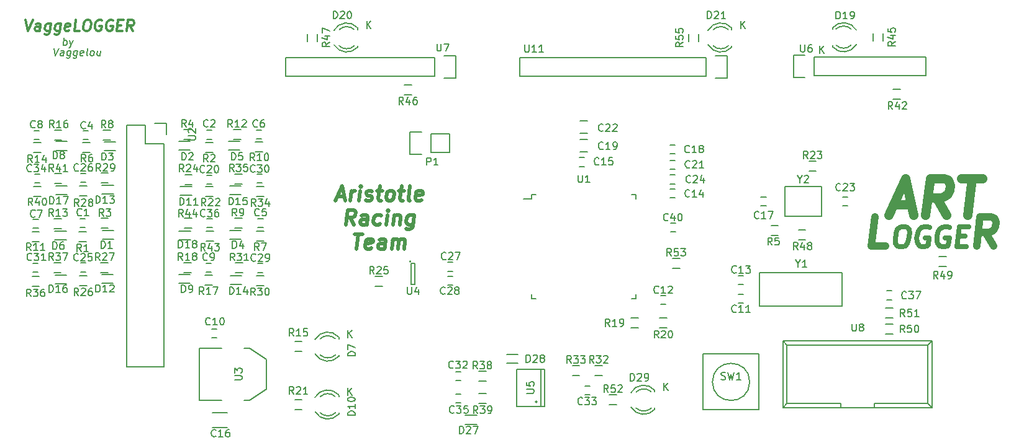
<source format=gto>
G04 #@! TF.FileFunction,Legend,Top*
%FSLAX46Y46*%
G04 Gerber Fmt 4.6, Leading zero omitted, Abs format (unit mm)*
G04 Created by KiCad (PCBNEW 4.0.2-stable) date 7/12/2016 4:32:10 PM*
%MOMM*%
G01*
G04 APERTURE LIST*
%ADD10C,0.100000*%
%ADD11C,0.300000*%
%ADD12C,0.150000*%
%ADD13C,0.500000*%
%ADD14C,1.000000*%
%ADD15C,0.687500*%
%ADD16C,1.250000*%
G04 APERTURE END LIST*
D10*
D11*
X79902679Y-77578571D02*
X80215179Y-79078571D01*
X80902679Y-77578571D01*
X81858036Y-79078571D02*
X81956250Y-78292857D01*
X81902678Y-78150000D01*
X81768750Y-78078571D01*
X81483036Y-78078571D01*
X81331250Y-78150000D01*
X81866964Y-79007143D02*
X81715179Y-79078571D01*
X81358036Y-79078571D01*
X81224107Y-79007143D01*
X81170535Y-78864286D01*
X81188392Y-78721429D01*
X81277679Y-78578571D01*
X81429464Y-78507143D01*
X81786607Y-78507143D01*
X81938393Y-78435714D01*
X83340179Y-78078571D02*
X83188393Y-79292857D01*
X83099107Y-79435714D01*
X83018750Y-79507143D01*
X82866965Y-79578571D01*
X82652679Y-79578571D01*
X82518750Y-79507143D01*
X83224107Y-79007143D02*
X83072322Y-79078571D01*
X82786608Y-79078571D01*
X82652678Y-79007143D01*
X82590179Y-78935714D01*
X82536607Y-78792857D01*
X82590178Y-78364286D01*
X82679464Y-78221429D01*
X82759821Y-78150000D01*
X82911608Y-78078571D01*
X83197322Y-78078571D01*
X83331250Y-78150000D01*
X84697322Y-78078571D02*
X84545536Y-79292857D01*
X84456250Y-79435714D01*
X84375893Y-79507143D01*
X84224108Y-79578571D01*
X84009822Y-79578571D01*
X83875893Y-79507143D01*
X84581250Y-79007143D02*
X84429465Y-79078571D01*
X84143751Y-79078571D01*
X84009821Y-79007143D01*
X83947322Y-78935714D01*
X83893750Y-78792857D01*
X83947321Y-78364286D01*
X84036607Y-78221429D01*
X84116964Y-78150000D01*
X84268751Y-78078571D01*
X84554465Y-78078571D01*
X84688393Y-78150000D01*
X85866964Y-79007143D02*
X85715179Y-79078571D01*
X85429465Y-79078571D01*
X85295536Y-79007143D01*
X85241964Y-78864286D01*
X85313393Y-78292857D01*
X85402679Y-78150000D01*
X85554465Y-78078571D01*
X85840179Y-78078571D01*
X85974107Y-78150000D01*
X86027679Y-78292857D01*
X86009822Y-78435714D01*
X85277679Y-78578571D01*
X87286608Y-79078571D02*
X86572322Y-79078571D01*
X86759822Y-77578571D01*
X88259822Y-77578571D02*
X88545536Y-77578571D01*
X88679465Y-77650000D01*
X88804465Y-77792857D01*
X88840179Y-78078571D01*
X88777679Y-78578571D01*
X88670536Y-78864286D01*
X88509822Y-79007143D01*
X88358036Y-79078571D01*
X88072322Y-79078571D01*
X87938393Y-79007143D01*
X87813393Y-78864286D01*
X87777679Y-78578571D01*
X87840179Y-78078571D01*
X87947322Y-77792857D01*
X88108036Y-77650000D01*
X88259822Y-77578571D01*
X90322322Y-77650000D02*
X90188394Y-77578571D01*
X89974108Y-77578571D01*
X89750894Y-77650000D01*
X89590179Y-77792857D01*
X89500894Y-77935714D01*
X89393750Y-78221429D01*
X89366965Y-78435714D01*
X89402679Y-78721429D01*
X89456250Y-78864286D01*
X89581251Y-79007143D01*
X89786608Y-79078571D01*
X89929465Y-79078571D01*
X90152679Y-79007143D01*
X90233037Y-78935714D01*
X90295537Y-78435714D01*
X90009822Y-78435714D01*
X91822322Y-77650000D02*
X91688394Y-77578571D01*
X91474108Y-77578571D01*
X91250894Y-77650000D01*
X91090179Y-77792857D01*
X91000894Y-77935714D01*
X90893750Y-78221429D01*
X90866965Y-78435714D01*
X90902679Y-78721429D01*
X90956250Y-78864286D01*
X91081251Y-79007143D01*
X91286608Y-79078571D01*
X91429465Y-79078571D01*
X91652679Y-79007143D01*
X91733037Y-78935714D01*
X91795537Y-78435714D01*
X91509822Y-78435714D01*
X92456251Y-78292857D02*
X92956251Y-78292857D01*
X93072323Y-79078571D02*
X92358037Y-79078571D01*
X92545537Y-77578571D01*
X93259823Y-77578571D01*
X94572323Y-79078571D02*
X94161608Y-78364286D01*
X93715180Y-79078571D02*
X93902680Y-77578571D01*
X94474108Y-77578571D01*
X94608037Y-77650000D01*
X94670536Y-77721429D01*
X94724108Y-77864286D01*
X94697323Y-78078571D01*
X94608036Y-78221429D01*
X94527680Y-78292857D01*
X94375893Y-78364286D01*
X93804465Y-78364286D01*
D12*
X83782737Y-81452381D02*
X83991070Y-82452381D01*
X84449404Y-81452381D01*
X85086309Y-82452381D02*
X85151786Y-81928571D01*
X85116071Y-81833333D01*
X85026786Y-81785714D01*
X84836309Y-81785714D01*
X84735118Y-81833333D01*
X85092262Y-82404762D02*
X84991071Y-82452381D01*
X84752975Y-82452381D01*
X84663690Y-82404762D01*
X84627976Y-82309524D01*
X84639880Y-82214286D01*
X84699404Y-82119048D01*
X84800594Y-82071429D01*
X85038690Y-82071429D01*
X85139881Y-82023810D01*
X86074405Y-81785714D02*
X85973214Y-82595238D01*
X85913690Y-82690476D01*
X85860119Y-82738095D01*
X85758928Y-82785714D01*
X85616071Y-82785714D01*
X85526785Y-82738095D01*
X85997024Y-82404762D02*
X85895833Y-82452381D01*
X85705356Y-82452381D01*
X85616071Y-82404762D01*
X85574404Y-82357143D01*
X85538690Y-82261905D01*
X85574404Y-81976190D01*
X85633928Y-81880952D01*
X85687499Y-81833333D01*
X85788690Y-81785714D01*
X85979167Y-81785714D01*
X86068452Y-81833333D01*
X86979167Y-81785714D02*
X86877976Y-82595238D01*
X86818452Y-82690476D01*
X86764881Y-82738095D01*
X86663690Y-82785714D01*
X86520833Y-82785714D01*
X86431547Y-82738095D01*
X86901786Y-82404762D02*
X86800595Y-82452381D01*
X86610118Y-82452381D01*
X86520833Y-82404762D01*
X86479166Y-82357143D01*
X86443452Y-82261905D01*
X86479166Y-81976190D01*
X86538690Y-81880952D01*
X86592261Y-81833333D01*
X86693452Y-81785714D01*
X86883929Y-81785714D01*
X86973214Y-81833333D01*
X87758929Y-82404762D02*
X87657738Y-82452381D01*
X87467261Y-82452381D01*
X87377976Y-82404762D01*
X87342262Y-82309524D01*
X87389881Y-81928571D01*
X87449404Y-81833333D01*
X87550595Y-81785714D01*
X87741072Y-81785714D01*
X87830357Y-81833333D01*
X87866072Y-81928571D01*
X87854167Y-82023810D01*
X87366071Y-82119048D01*
X88372023Y-82452381D02*
X88282738Y-82404762D01*
X88247024Y-82309524D01*
X88354166Y-81452381D01*
X88895833Y-82452381D02*
X88806548Y-82404762D01*
X88764881Y-82357143D01*
X88729167Y-82261905D01*
X88764881Y-81976190D01*
X88824405Y-81880952D01*
X88877976Y-81833333D01*
X88979167Y-81785714D01*
X89122025Y-81785714D01*
X89211310Y-81833333D01*
X89252977Y-81880952D01*
X89288691Y-81976190D01*
X89252977Y-82261905D01*
X89193453Y-82357143D01*
X89139882Y-82404762D01*
X89038691Y-82452381D01*
X88895833Y-82452381D01*
X90169644Y-81785714D02*
X90086310Y-82452381D01*
X89741072Y-81785714D02*
X89675596Y-82309524D01*
X89711310Y-82404762D01*
X89800595Y-82452381D01*
X89943453Y-82452381D01*
X90044644Y-82404762D01*
X90098215Y-82357143D01*
X85048214Y-81052381D02*
X85173214Y-80052381D01*
X85125595Y-80433333D02*
X85226786Y-80385714D01*
X85417263Y-80385714D01*
X85506548Y-80433333D01*
X85548215Y-80480952D01*
X85583929Y-80576190D01*
X85548215Y-80861905D01*
X85488691Y-80957143D01*
X85435120Y-81004762D01*
X85333929Y-81052381D01*
X85143452Y-81052381D01*
X85054167Y-81004762D01*
X85941072Y-80385714D02*
X86095833Y-81052381D01*
X86417263Y-80385714D02*
X86095833Y-81052381D01*
X85970833Y-81290476D01*
X85917262Y-81338095D01*
X85816072Y-81385714D01*
D13*
X122418809Y-101681333D02*
X123371190Y-101681333D01*
X122156905Y-102252762D02*
X123073572Y-100252762D01*
X123490239Y-102252762D01*
X124156905Y-102252762D02*
X124323571Y-100919429D01*
X124275952Y-101300381D02*
X124395001Y-101109905D01*
X124502144Y-101014667D01*
X124704524Y-100919429D01*
X124895000Y-100919429D01*
X125395000Y-102252762D02*
X125561666Y-100919429D01*
X125645000Y-100252762D02*
X125537857Y-100348000D01*
X125621190Y-100443238D01*
X125728334Y-100348000D01*
X125645000Y-100252762D01*
X125621190Y-100443238D01*
X126264048Y-102157524D02*
X126442620Y-102252762D01*
X126823572Y-102252762D01*
X127025953Y-102157524D01*
X127145000Y-101967048D01*
X127156905Y-101871810D01*
X127085476Y-101681333D01*
X126906905Y-101586095D01*
X126621191Y-101586095D01*
X126442619Y-101490857D01*
X126371190Y-101300381D01*
X126383095Y-101205143D01*
X126502143Y-101014667D01*
X126704524Y-100919429D01*
X126990238Y-100919429D01*
X127168810Y-101014667D01*
X127847381Y-100919429D02*
X128609286Y-100919429D01*
X128216429Y-100252762D02*
X128002143Y-101967048D01*
X128073573Y-102157524D01*
X128252144Y-102252762D01*
X128442620Y-102252762D01*
X129395001Y-102252762D02*
X129216430Y-102157524D01*
X129133095Y-102062286D01*
X129061667Y-101871810D01*
X129133095Y-101300381D01*
X129252143Y-101109905D01*
X129359287Y-101014667D01*
X129561667Y-100919429D01*
X129847381Y-100919429D01*
X130025953Y-101014667D01*
X130109286Y-101109905D01*
X130180714Y-101300381D01*
X130109286Y-101871810D01*
X129990238Y-102062286D01*
X129883096Y-102157524D01*
X129680715Y-102252762D01*
X129395001Y-102252762D01*
X130799762Y-100919429D02*
X131561667Y-100919429D01*
X131168810Y-100252762D02*
X130954524Y-101967048D01*
X131025954Y-102157524D01*
X131204525Y-102252762D01*
X131395001Y-102252762D01*
X132347382Y-102252762D02*
X132168811Y-102157524D01*
X132097381Y-101967048D01*
X132311667Y-100252762D01*
X133883096Y-102157524D02*
X133680715Y-102252762D01*
X133299763Y-102252762D01*
X133121191Y-102157524D01*
X133049762Y-101967048D01*
X133145000Y-101205143D01*
X133264048Y-101014667D01*
X133466429Y-100919429D01*
X133847381Y-100919429D01*
X134025953Y-101014667D01*
X134097381Y-101205143D01*
X134073572Y-101395619D01*
X133097381Y-101586095D01*
X124728334Y-105552762D02*
X124180714Y-104600381D01*
X123585476Y-105552762D02*
X123835476Y-103552762D01*
X124597381Y-103552762D01*
X124775952Y-103648000D01*
X124859286Y-103743238D01*
X124930715Y-103933714D01*
X124895000Y-104219429D01*
X124775953Y-104409905D01*
X124668809Y-104505143D01*
X124466428Y-104600381D01*
X123704523Y-104600381D01*
X126442619Y-105552762D02*
X126573571Y-104505143D01*
X126502143Y-104314667D01*
X126323571Y-104219429D01*
X125942619Y-104219429D01*
X125740238Y-104314667D01*
X126454524Y-105457524D02*
X126252143Y-105552762D01*
X125775953Y-105552762D01*
X125597381Y-105457524D01*
X125525952Y-105267048D01*
X125549762Y-105076571D01*
X125668809Y-104886095D01*
X125871191Y-104790857D01*
X126347381Y-104790857D01*
X126549762Y-104695619D01*
X128264048Y-105457524D02*
X128061667Y-105552762D01*
X127680715Y-105552762D01*
X127502144Y-105457524D01*
X127418809Y-105362286D01*
X127347381Y-105171810D01*
X127418809Y-104600381D01*
X127537857Y-104409905D01*
X127645001Y-104314667D01*
X127847381Y-104219429D01*
X128228333Y-104219429D01*
X128406905Y-104314667D01*
X129109286Y-105552762D02*
X129275952Y-104219429D01*
X129359286Y-103552762D02*
X129252143Y-103648000D01*
X129335476Y-103743238D01*
X129442620Y-103648000D01*
X129359286Y-103552762D01*
X129335476Y-103743238D01*
X130228333Y-104219429D02*
X130061667Y-105552762D01*
X130204524Y-104409905D02*
X130311668Y-104314667D01*
X130514048Y-104219429D01*
X130799762Y-104219429D01*
X130978334Y-104314667D01*
X131049762Y-104505143D01*
X130918810Y-105552762D01*
X132895000Y-104219429D02*
X132692619Y-105838476D01*
X132573572Y-106028952D01*
X132466429Y-106124190D01*
X132264048Y-106219429D01*
X131978334Y-106219429D01*
X131799762Y-106124190D01*
X132740239Y-105457524D02*
X132537858Y-105552762D01*
X132156906Y-105552762D01*
X131978335Y-105457524D01*
X131895000Y-105362286D01*
X131823572Y-105171810D01*
X131895000Y-104600381D01*
X132014048Y-104409905D01*
X132121192Y-104314667D01*
X132323572Y-104219429D01*
X132704524Y-104219429D01*
X132883096Y-104314667D01*
X124740238Y-106852762D02*
X125883095Y-106852762D01*
X125061667Y-108852762D02*
X125311667Y-106852762D01*
X127073572Y-108757524D02*
X126871191Y-108852762D01*
X126490239Y-108852762D01*
X126311667Y-108757524D01*
X126240238Y-108567048D01*
X126335476Y-107805143D01*
X126454524Y-107614667D01*
X126656905Y-107519429D01*
X127037857Y-107519429D01*
X127216429Y-107614667D01*
X127287857Y-107805143D01*
X127264048Y-107995619D01*
X126287857Y-108186095D01*
X128871191Y-108852762D02*
X129002143Y-107805143D01*
X128930715Y-107614667D01*
X128752143Y-107519429D01*
X128371191Y-107519429D01*
X128168810Y-107614667D01*
X128883096Y-108757524D02*
X128680715Y-108852762D01*
X128204525Y-108852762D01*
X128025953Y-108757524D01*
X127954524Y-108567048D01*
X127978334Y-108376571D01*
X128097381Y-108186095D01*
X128299763Y-108090857D01*
X128775953Y-108090857D01*
X128978334Y-107995619D01*
X129823572Y-108852762D02*
X129990238Y-107519429D01*
X129966429Y-107709905D02*
X130073573Y-107614667D01*
X130275953Y-107519429D01*
X130561667Y-107519429D01*
X130740239Y-107614667D01*
X130811667Y-107805143D01*
X130680715Y-108852762D01*
X130811667Y-107805143D02*
X130930715Y-107614667D01*
X131133096Y-107519429D01*
X131418810Y-107519429D01*
X131597382Y-107614667D01*
X131668810Y-107805143D01*
X131537858Y-108852762D01*
D14*
X211851905Y-108485524D02*
X210756667Y-106580762D01*
X209566191Y-108485524D02*
X210066191Y-104485524D01*
X211590000Y-104485524D01*
X211947143Y-104676000D01*
X212113810Y-104866476D01*
X212256666Y-105247429D01*
X212185238Y-105818857D01*
X211947143Y-106199810D01*
X211732857Y-106390286D01*
X211328095Y-106580762D01*
X209804286Y-106580762D01*
D15*
X199372292Y-105810048D02*
X199896102Y-105810048D01*
X200141638Y-105941000D01*
X200370804Y-106202905D01*
X200436281Y-106726714D01*
X200321697Y-107643381D01*
X200125268Y-108167190D01*
X199830626Y-108429095D01*
X199552352Y-108560048D01*
X199028542Y-108560048D01*
X198783007Y-108429095D01*
X198553840Y-108167190D01*
X198488364Y-107643381D01*
X198602948Y-106726714D01*
X198799376Y-106202905D01*
X199094019Y-105941000D01*
X199372292Y-105810048D01*
X203153542Y-105941000D02*
X202908006Y-105810048D01*
X202515149Y-105810048D01*
X202105923Y-105941000D01*
X201811280Y-106202905D01*
X201647590Y-106464810D01*
X201451162Y-106988619D01*
X201402055Y-107381476D01*
X201467530Y-107905286D01*
X201565744Y-108167190D01*
X201794911Y-108429095D01*
X202171399Y-108560048D01*
X202433304Y-108560048D01*
X202842530Y-108429095D01*
X202989851Y-108298143D01*
X203104435Y-107381476D01*
X202580626Y-107381476D01*
X205903542Y-105941000D02*
X205658006Y-105810048D01*
X205265149Y-105810048D01*
X204855923Y-105941000D01*
X204561280Y-106202905D01*
X204397590Y-106464810D01*
X204201162Y-106988619D01*
X204152055Y-107381476D01*
X204217530Y-107905286D01*
X204315744Y-108167190D01*
X204544911Y-108429095D01*
X204921399Y-108560048D01*
X205183304Y-108560048D01*
X205592530Y-108429095D01*
X205739851Y-108298143D01*
X205854435Y-107381476D01*
X205330626Y-107381476D01*
X207065745Y-107119571D02*
X207982412Y-107119571D01*
X208195209Y-108560048D02*
X206885685Y-108560048D01*
X207229435Y-105810048D01*
X208538959Y-105810048D01*
D14*
X197141906Y-108475524D02*
X195237144Y-108475524D01*
X195737144Y-104475524D01*
D16*
X198270595Y-102779333D02*
X200651547Y-102779333D01*
X197615833Y-104207905D02*
X199907500Y-99207905D01*
X200949167Y-104207905D01*
X205472976Y-104207905D02*
X204103928Y-101826952D01*
X202615833Y-104207905D02*
X203240833Y-99207905D01*
X205145595Y-99207905D01*
X205592024Y-99446000D01*
X205800357Y-99684095D01*
X205978928Y-100160286D01*
X205889643Y-100874571D01*
X205592024Y-101350762D01*
X205324167Y-101588857D01*
X204818214Y-101826952D01*
X202913452Y-101826952D01*
X207526547Y-99207905D02*
X210383690Y-99207905D01*
X208330119Y-104207905D02*
X208955119Y-99207905D01*
D12*
X88030000Y-105950000D02*
X87330000Y-105950000D01*
X87330000Y-104750000D02*
X88030000Y-104750000D01*
X104610000Y-92660000D02*
X105310000Y-92660000D01*
X105310000Y-93860000D02*
X104610000Y-93860000D01*
X88480000Y-93920000D02*
X87780000Y-93920000D01*
X87780000Y-92720000D02*
X88480000Y-92720000D01*
X111590000Y-104740000D02*
X112290000Y-104740000D01*
X112290000Y-105940000D02*
X111590000Y-105940000D01*
X111370000Y-92620000D02*
X112070000Y-92620000D01*
X112070000Y-93820000D02*
X111370000Y-93820000D01*
X81650000Y-106040000D02*
X80950000Y-106040000D01*
X80950000Y-104840000D02*
X81650000Y-104840000D01*
X81750000Y-93880000D02*
X81050000Y-93880000D01*
X81050000Y-92680000D02*
X81750000Y-92680000D01*
X104530000Y-110800000D02*
X105230000Y-110800000D01*
X105230000Y-112000000D02*
X104530000Y-112000000D01*
X105310000Y-119790000D02*
X106010000Y-119790000D01*
X106010000Y-120990000D02*
X105310000Y-120990000D01*
X177790000Y-116250000D02*
X177090000Y-116250000D01*
X177090000Y-115050000D02*
X177790000Y-115050000D01*
X166480000Y-115250000D02*
X167180000Y-115250000D01*
X167180000Y-116450000D02*
X166480000Y-116450000D01*
X177800000Y-113710000D02*
X177100000Y-113710000D01*
X177100000Y-112510000D02*
X177800000Y-112510000D01*
X167770000Y-100700000D02*
X168470000Y-100700000D01*
X168470000Y-101900000D02*
X167770000Y-101900000D01*
X155440000Y-96390000D02*
X156140000Y-96390000D01*
X156140000Y-97590000D02*
X155440000Y-97590000D01*
X107420000Y-131245000D02*
X105420000Y-131245000D01*
X105420000Y-133295000D02*
X107420000Y-133295000D01*
X180870000Y-102980000D02*
X180170000Y-102980000D01*
X180170000Y-101780000D02*
X180870000Y-101780000D01*
X167770000Y-94650000D02*
X168470000Y-94650000D01*
X168470000Y-95850000D02*
X167770000Y-95850000D01*
X156530000Y-93900000D02*
X155530000Y-93900000D01*
X155530000Y-95600000D02*
X156530000Y-95600000D01*
X104610000Y-98770000D02*
X105310000Y-98770000D01*
X105310000Y-99970000D02*
X104610000Y-99970000D01*
X167770000Y-96740000D02*
X168470000Y-96740000D01*
X168470000Y-97940000D02*
X167770000Y-97940000D01*
X156530000Y-91360000D02*
X155530000Y-91360000D01*
X155530000Y-93060000D02*
X156530000Y-93060000D01*
X191310000Y-101760000D02*
X192010000Y-101760000D01*
X192010000Y-102960000D02*
X191310000Y-102960000D01*
X167760000Y-98760000D02*
X168460000Y-98760000D01*
X168460000Y-99960000D02*
X167760000Y-99960000D01*
X88100000Y-111990000D02*
X87400000Y-111990000D01*
X87400000Y-110790000D02*
X88100000Y-110790000D01*
X88120000Y-99740000D02*
X87420000Y-99740000D01*
X87420000Y-98540000D02*
X88120000Y-98540000D01*
X137480000Y-110700000D02*
X138180000Y-110700000D01*
X138180000Y-111900000D02*
X137480000Y-111900000D01*
X137480000Y-112610000D02*
X138180000Y-112610000D01*
X138180000Y-113810000D02*
X137480000Y-113810000D01*
X111570000Y-110870000D02*
X112270000Y-110870000D01*
X112270000Y-112070000D02*
X111570000Y-112070000D01*
X111480000Y-98670000D02*
X112180000Y-98670000D01*
X112180000Y-99870000D02*
X111480000Y-99870000D01*
X81620000Y-112020000D02*
X80920000Y-112020000D01*
X80920000Y-110820000D02*
X81620000Y-110820000D01*
X139260000Y-126830000D02*
X138560000Y-126830000D01*
X138560000Y-125630000D02*
X139260000Y-125630000D01*
X156150000Y-127600000D02*
X156850000Y-127600000D01*
X156850000Y-128800000D02*
X156150000Y-128800000D01*
X81860000Y-99830000D02*
X81160000Y-99830000D01*
X81160000Y-98630000D02*
X81860000Y-98630000D01*
X139270000Y-129910000D02*
X138570000Y-129910000D01*
X138570000Y-128710000D02*
X139270000Y-128710000D01*
X104660000Y-104750000D02*
X105360000Y-104750000D01*
X105360000Y-105950000D02*
X104660000Y-105950000D01*
X197350000Y-114600000D02*
X198050000Y-114600000D01*
X198050000Y-115800000D02*
X197350000Y-115800000D01*
X90380000Y-107570000D02*
X91930000Y-107570000D01*
X90380000Y-106370000D02*
X91930000Y-106370000D01*
X102360000Y-94160000D02*
X100810000Y-94160000D01*
X102360000Y-95360000D02*
X100810000Y-95360000D01*
X90640000Y-95430000D02*
X92190000Y-95430000D01*
X90640000Y-94230000D02*
X92190000Y-94230000D01*
X109270000Y-106350000D02*
X107720000Y-106350000D01*
X109270000Y-107550000D02*
X107720000Y-107550000D01*
X109130000Y-94160000D02*
X107580000Y-94160000D01*
X109130000Y-95360000D02*
X107580000Y-95360000D01*
X83910000Y-107630000D02*
X85460000Y-107630000D01*
X83910000Y-106430000D02*
X85460000Y-106430000D01*
X122619000Y-120926000D02*
X122619000Y-121126000D01*
X122619000Y-123520000D02*
X122619000Y-123340000D01*
X119391256Y-123209643D02*
G75*
G03X122619000Y-123526000I1727744J1003643D01*
G01*
X120066994Y-123339068D02*
G75*
G03X122170000Y-123340000I1052006J1133068D01*
G01*
X122606220Y-120899274D02*
G75*
G03X119369000Y-121246000I-1497220J-1306726D01*
G01*
X122132889Y-121126747D02*
G75*
G03X120085000Y-121146000I-1013889J-1079253D01*
G01*
X84010000Y-95390000D02*
X85560000Y-95390000D01*
X84010000Y-94190000D02*
X85560000Y-94190000D01*
X102330000Y-112370000D02*
X100780000Y-112370000D01*
X102330000Y-113570000D02*
X100780000Y-113570000D01*
X122619000Y-128836000D02*
X122619000Y-129036000D01*
X122619000Y-131430000D02*
X122619000Y-131250000D01*
X119391256Y-131119643D02*
G75*
G03X122619000Y-131436000I1727744J1003643D01*
G01*
X120066994Y-131249068D02*
G75*
G03X122170000Y-131250000I1052006J1133068D01*
G01*
X122606220Y-128809274D02*
G75*
G03X119369000Y-129156000I-1497220J-1306726D01*
G01*
X122132889Y-129036747D02*
G75*
G03X120085000Y-129056000I-1013889J-1079253D01*
G01*
X102560000Y-100320000D02*
X101010000Y-100320000D01*
X102560000Y-101520000D02*
X101010000Y-101520000D01*
X90320000Y-113580000D02*
X91870000Y-113580000D01*
X90320000Y-112380000D02*
X91870000Y-112380000D01*
X90340000Y-101370000D02*
X91890000Y-101370000D01*
X90340000Y-100170000D02*
X91890000Y-100170000D01*
X109350000Y-112550000D02*
X107800000Y-112550000D01*
X109350000Y-113750000D02*
X107800000Y-113750000D01*
X109270000Y-100270000D02*
X107720000Y-100270000D01*
X109270000Y-101470000D02*
X107720000Y-101470000D01*
X83920000Y-113610000D02*
X85470000Y-113610000D01*
X83920000Y-112410000D02*
X85470000Y-112410000D01*
X84010000Y-101440000D02*
X85560000Y-101440000D01*
X84010000Y-100240000D02*
X85560000Y-100240000D01*
X102400000Y-106390000D02*
X100850000Y-106390000D01*
X102400000Y-107590000D02*
X100850000Y-107590000D01*
X189941000Y-81234000D02*
X189941000Y-81034000D01*
X189941000Y-78640000D02*
X189941000Y-78820000D01*
X193168744Y-78950357D02*
G75*
G03X189941000Y-78634000I-1727744J-1003643D01*
G01*
X192493006Y-78820932D02*
G75*
G03X190390000Y-78820000I-1052006J-1133068D01*
G01*
X189953780Y-81260726D02*
G75*
G03X193191000Y-80914000I1497220J1306726D01*
G01*
X190427111Y-81033253D02*
G75*
G03X192475000Y-81014000I1013889J1079253D01*
G01*
X125199000Y-78686000D02*
X125199000Y-78886000D01*
X125199000Y-81280000D02*
X125199000Y-81100000D01*
X121971256Y-80969643D02*
G75*
G03X125199000Y-81286000I1727744J1003643D01*
G01*
X122646994Y-81099068D02*
G75*
G03X124750000Y-81100000I1052006J1133068D01*
G01*
X125186220Y-78659274D02*
G75*
G03X121949000Y-79006000I-1497220J-1306726D01*
G01*
X124712889Y-78886747D02*
G75*
G03X122665000Y-78906000I-1013889J-1079253D01*
G01*
X176199000Y-78686000D02*
X176199000Y-78886000D01*
X176199000Y-81280000D02*
X176199000Y-81100000D01*
X172971256Y-80969643D02*
G75*
G03X176199000Y-81286000I1727744J1003643D01*
G01*
X173646994Y-81099068D02*
G75*
G03X175750000Y-81100000I1052006J1133068D01*
G01*
X176186220Y-78659274D02*
G75*
G03X172949000Y-79006000I-1497220J-1306726D01*
G01*
X175712889Y-78886747D02*
G75*
G03X173665000Y-78906000I-1013889J-1079253D01*
G01*
X87180000Y-106525000D02*
X88180000Y-106525000D01*
X88180000Y-107875000D02*
X87180000Y-107875000D01*
X105460000Y-95685000D02*
X104460000Y-95685000D01*
X104460000Y-94335000D02*
X105460000Y-94335000D01*
X90190000Y-104675000D02*
X91190000Y-104675000D01*
X91190000Y-106025000D02*
X90190000Y-106025000D01*
X102460000Y-93935000D02*
X101460000Y-93935000D01*
X101460000Y-92585000D02*
X102460000Y-92585000D01*
X87700000Y-94305000D02*
X88700000Y-94305000D01*
X88700000Y-95655000D02*
X87700000Y-95655000D01*
X112430000Y-107745000D02*
X111430000Y-107745000D01*
X111430000Y-106395000D02*
X112430000Y-106395000D01*
X90490000Y-92645000D02*
X91490000Y-92645000D01*
X91490000Y-93995000D02*
X90490000Y-93995000D01*
X109420000Y-105985000D02*
X108420000Y-105985000D01*
X108420000Y-104635000D02*
X109420000Y-104635000D01*
X112240000Y-95575000D02*
X111240000Y-95575000D01*
X111240000Y-94225000D02*
X112240000Y-94225000D01*
X80800000Y-106515000D02*
X81800000Y-106515000D01*
X81800000Y-107865000D02*
X80800000Y-107865000D01*
X109250000Y-93915000D02*
X108250000Y-93915000D01*
X108250000Y-92565000D02*
X109250000Y-92565000D01*
X83770000Y-104765000D02*
X84770000Y-104765000D01*
X84770000Y-106115000D02*
X83770000Y-106115000D01*
X81030000Y-94335000D02*
X82030000Y-94335000D01*
X82030000Y-95685000D02*
X81030000Y-95685000D01*
X117610000Y-122885000D02*
X116610000Y-122885000D01*
X116610000Y-121535000D02*
X117610000Y-121535000D01*
X83850000Y-92605000D02*
X84850000Y-92605000D01*
X84850000Y-93955000D02*
X83850000Y-93955000D01*
X105380000Y-113765000D02*
X104380000Y-113765000D01*
X104380000Y-112415000D02*
X105380000Y-112415000D01*
X102470000Y-112075000D02*
X101470000Y-112075000D01*
X101470000Y-110725000D02*
X102470000Y-110725000D01*
X163470000Y-119655000D02*
X162470000Y-119655000D01*
X162470000Y-118305000D02*
X163470000Y-118305000D01*
X166330000Y-118305000D02*
X167330000Y-118305000D01*
X167330000Y-119655000D02*
X166330000Y-119655000D01*
X117610000Y-130825000D02*
X116610000Y-130825000D01*
X116610000Y-129475000D02*
X117610000Y-129475000D01*
X105460000Y-101715000D02*
X104460000Y-101715000D01*
X104460000Y-100365000D02*
X105460000Y-100365000D01*
X186720000Y-96895000D02*
X187720000Y-96895000D01*
X187720000Y-98245000D02*
X186720000Y-98245000D01*
X102620000Y-100045000D02*
X101620000Y-100045000D01*
X101620000Y-98695000D02*
X102620000Y-98695000D01*
X128560000Y-113935000D02*
X127560000Y-113935000D01*
X127560000Y-112585000D02*
X128560000Y-112585000D01*
X87290000Y-112505000D02*
X88290000Y-112505000D01*
X88290000Y-113855000D02*
X87290000Y-113855000D01*
X90170000Y-110715000D02*
X91170000Y-110715000D01*
X91170000Y-112065000D02*
X90170000Y-112065000D01*
X87270000Y-100285000D02*
X88270000Y-100285000D01*
X88270000Y-101635000D02*
X87270000Y-101635000D01*
X90200000Y-98495000D02*
X91200000Y-98495000D01*
X91200000Y-99845000D02*
X90200000Y-99845000D01*
X112390000Y-113885000D02*
X111390000Y-113885000D01*
X111390000Y-112535000D02*
X112390000Y-112535000D01*
X109500000Y-112115000D02*
X108500000Y-112115000D01*
X108500000Y-110765000D02*
X109500000Y-110765000D01*
X158540000Y-126175000D02*
X157540000Y-126175000D01*
X157540000Y-124825000D02*
X158540000Y-124825000D01*
X155450000Y-126175000D02*
X154450000Y-126175000D01*
X154450000Y-124825000D02*
X155450000Y-124825000D01*
X112370000Y-101675000D02*
X111370000Y-101675000D01*
X111370000Y-100325000D02*
X112370000Y-100325000D01*
X109430000Y-99955000D02*
X108430000Y-99955000D01*
X108430000Y-98605000D02*
X109430000Y-98605000D01*
X80790000Y-112575000D02*
X81790000Y-112575000D01*
X81790000Y-113925000D02*
X80790000Y-113925000D01*
X83760000Y-110765000D02*
X84760000Y-110765000D01*
X84760000Y-112115000D02*
X83760000Y-112115000D01*
X141690000Y-125555000D02*
X142690000Y-125555000D01*
X142690000Y-126905000D02*
X141690000Y-126905000D01*
X141680000Y-128645000D02*
X142680000Y-128645000D01*
X142680000Y-129995000D02*
X141680000Y-129995000D01*
X81010000Y-100345000D02*
X82010000Y-100345000D01*
X82010000Y-101695000D02*
X81010000Y-101695000D01*
X83850000Y-98535000D02*
X84850000Y-98535000D01*
X84850000Y-99885000D02*
X83850000Y-99885000D01*
X199190000Y-88425000D02*
X198190000Y-88425000D01*
X198190000Y-87075000D02*
X199190000Y-87075000D01*
X105540000Y-107745000D02*
X104540000Y-107745000D01*
X104540000Y-106395000D02*
X105540000Y-106395000D01*
X102550000Y-106045000D02*
X101550000Y-106045000D01*
X101550000Y-104695000D02*
X102550000Y-104695000D01*
X195465000Y-80420000D02*
X195465000Y-79420000D01*
X196815000Y-79420000D02*
X196815000Y-80420000D01*
X131520000Y-86455000D02*
X132520000Y-86455000D01*
X132520000Y-87805000D02*
X131520000Y-87805000D01*
X118325000Y-80500000D02*
X118325000Y-79500000D01*
X119675000Y-79500000D02*
X119675000Y-80500000D01*
X198180000Y-120465000D02*
X197180000Y-120465000D01*
X197180000Y-119115000D02*
X198180000Y-119115000D01*
X197190000Y-116945000D02*
X198190000Y-116945000D01*
X198190000Y-118295000D02*
X197190000Y-118295000D01*
X171675000Y-79500000D02*
X171675000Y-80500000D01*
X170325000Y-80500000D02*
X170325000Y-79500000D01*
X178640000Y-127030000D02*
G75*
G03X178640000Y-127030000I-2540000J0D01*
G01*
X172290000Y-123220000D02*
X179910000Y-123220000D01*
X179910000Y-123220000D02*
X179910000Y-130840000D01*
X179910000Y-130840000D02*
X172290000Y-130840000D01*
X172290000Y-123220000D02*
X172290000Y-130840000D01*
X106676000Y-122414000D02*
X103628000Y-122414000D01*
X103628000Y-122414000D02*
X103628000Y-129526000D01*
X103628000Y-129526000D02*
X106676000Y-129526000D01*
X109724000Y-122414000D02*
X110486000Y-122414000D01*
X110486000Y-122414000D02*
X112772000Y-123938000D01*
X112772000Y-123938000D02*
X112772000Y-128002000D01*
X112772000Y-128002000D02*
X110486000Y-129526000D01*
X110486000Y-129526000D02*
X109724000Y-129526000D01*
X132450000Y-110560000D02*
G75*
G03X132450000Y-110560000I-100000J0D01*
G01*
X133000000Y-110810000D02*
X132500000Y-110810000D01*
X133000000Y-113710000D02*
X133000000Y-110810000D01*
X132500000Y-113710000D02*
X133000000Y-113710000D01*
X132500000Y-110810000D02*
X132500000Y-113710000D01*
X149659000Y-129735000D02*
G75*
G03X149659000Y-129735000I-127000J0D01*
G01*
X150167000Y-130370000D02*
X150167000Y-125290000D01*
X146865000Y-130370000D02*
X146865000Y-125290000D01*
X150675000Y-130370000D02*
X150675000Y-125290000D01*
X150675000Y-130370000D02*
X146865000Y-130370000D01*
X150675000Y-125290000D02*
X146865000Y-125290000D01*
X187410000Y-85190000D02*
X202650000Y-85190000D01*
X202650000Y-85190000D02*
X202650000Y-82650000D01*
X202650000Y-82650000D02*
X187410000Y-82650000D01*
X184590000Y-85470000D02*
X186140000Y-85470000D01*
X187410000Y-85190000D02*
X187410000Y-82650000D01*
X186140000Y-82370000D02*
X184590000Y-82370000D01*
X184590000Y-82370000D02*
X184590000Y-85470000D01*
X135730000Y-82730000D02*
X115410000Y-82730000D01*
X115410000Y-82730000D02*
X115410000Y-85270000D01*
X115410000Y-85270000D02*
X135730000Y-85270000D01*
X138550000Y-82450000D02*
X137000000Y-82450000D01*
X135730000Y-82730000D02*
X135730000Y-85270000D01*
X137000000Y-85550000D02*
X138550000Y-85550000D01*
X138550000Y-85550000D02*
X138550000Y-82450000D01*
X172730000Y-82730000D02*
X147330000Y-82730000D01*
X147330000Y-82730000D02*
X147330000Y-85270000D01*
X147330000Y-85270000D02*
X172730000Y-85270000D01*
X175550000Y-82450000D02*
X174000000Y-82450000D01*
X172730000Y-82730000D02*
X172730000Y-85270000D01*
X174000000Y-85550000D02*
X175550000Y-85550000D01*
X175550000Y-85550000D02*
X175550000Y-82450000D01*
X179960000Y-116640000D02*
X179960000Y-112140000D01*
X179960000Y-112140000D02*
X191210000Y-112140000D01*
X191210000Y-112140000D02*
X191210000Y-116390000D01*
X191210000Y-116390000D02*
X191210000Y-116640000D01*
X191210000Y-116640000D02*
X179960000Y-116640000D01*
X188440000Y-104370000D02*
X183440000Y-104370000D01*
X183440000Y-104370000D02*
X183440000Y-100370000D01*
X183440000Y-100370000D02*
X188440000Y-100370000D01*
X188440000Y-100370000D02*
X188440000Y-104370000D01*
X148905000Y-101405000D02*
X148905000Y-101990000D01*
X163155000Y-101405000D02*
X163155000Y-101990000D01*
X163155000Y-115655000D02*
X163155000Y-115070000D01*
X148905000Y-115655000D02*
X148905000Y-115070000D01*
X148905000Y-101405000D02*
X149490000Y-101405000D01*
X148905000Y-115655000D02*
X149490000Y-115655000D01*
X163155000Y-115655000D02*
X162570000Y-115655000D01*
X163155000Y-101405000D02*
X162570000Y-101405000D01*
X148905000Y-101990000D02*
X147830000Y-101990000D01*
X167840000Y-105330000D02*
X168540000Y-105330000D01*
X168540000Y-106530000D02*
X167840000Y-106530000D01*
X93726000Y-91948000D02*
X93726000Y-124968000D01*
X98806000Y-94488000D02*
X98806000Y-124968000D01*
X93726000Y-124968000D02*
X98806000Y-124968000D01*
X93726000Y-91948000D02*
X96266000Y-91948000D01*
X99086000Y-93218000D02*
X99086000Y-91668000D01*
X96266000Y-91948000D02*
X96266000Y-94488000D01*
X96266000Y-94488000D02*
X98806000Y-94488000D01*
X99086000Y-91668000D02*
X97536000Y-91668000D01*
X139880000Y-132810000D02*
X141430000Y-132810000D01*
X139880000Y-131610000D02*
X141430000Y-131610000D01*
X147070000Y-123290000D02*
X145520000Y-123290000D01*
X147070000Y-124490000D02*
X145520000Y-124490000D01*
X165699000Y-128186000D02*
X165699000Y-128386000D01*
X165699000Y-130780000D02*
X165699000Y-130600000D01*
X162471256Y-130469643D02*
G75*
G03X165699000Y-130786000I1727744J1003643D01*
G01*
X163146994Y-130599068D02*
G75*
G03X165250000Y-130600000I1052006J1133068D01*
G01*
X165686220Y-128159274D02*
G75*
G03X162449000Y-128506000I-1497220J-1306726D01*
G01*
X165212889Y-128386747D02*
G75*
G03X163165000Y-128406000I-1013889J-1079253D01*
G01*
X160500000Y-130175000D02*
X159500000Y-130175000D01*
X159500000Y-128825000D02*
X160500000Y-128825000D01*
X183190000Y-121440000D02*
X203510000Y-121440000D01*
X183730000Y-121990000D02*
X202950000Y-121990000D01*
X183190000Y-130540000D02*
X203510000Y-130540000D01*
X183730000Y-129990000D02*
X191100000Y-129990000D01*
X195600000Y-129990000D02*
X202950000Y-129990000D01*
X191100000Y-129990000D02*
X191100000Y-130540000D01*
X195600000Y-129990000D02*
X195600000Y-130540000D01*
X183190000Y-121440000D02*
X183190000Y-130540000D01*
X183730000Y-121990000D02*
X183730000Y-129990000D01*
X203510000Y-121440000D02*
X203510000Y-130540000D01*
X202950000Y-121990000D02*
X202950000Y-129990000D01*
X183190000Y-121440000D02*
X183730000Y-121990000D01*
X203510000Y-121440000D02*
X202950000Y-121990000D01*
X183190000Y-130540000D02*
X183730000Y-129990000D01*
X203510000Y-130540000D02*
X202950000Y-129990000D01*
X169100000Y-111545000D02*
X168100000Y-111545000D01*
X168100000Y-110195000D02*
X169100000Y-110195000D01*
X132330000Y-95960000D02*
X133880000Y-95960000D01*
X137690000Y-95680000D02*
X135150000Y-95680000D01*
X135150000Y-95680000D02*
X135150000Y-93140000D01*
X133880000Y-92860000D02*
X132330000Y-92860000D01*
X132330000Y-92860000D02*
X132330000Y-95960000D01*
X135150000Y-93140000D02*
X137690000Y-93140000D01*
X137690000Y-93140000D02*
X137690000Y-95680000D01*
X182550000Y-106985000D02*
X181550000Y-106985000D01*
X181550000Y-105635000D02*
X182550000Y-105635000D01*
X186280000Y-107615000D02*
X185280000Y-107615000D01*
X185280000Y-106265000D02*
X186280000Y-106265000D01*
X204440000Y-109895000D02*
X205440000Y-109895000D01*
X205440000Y-111245000D02*
X204440000Y-111245000D01*
X87563334Y-104257143D02*
X87515715Y-104304762D01*
X87372858Y-104352381D01*
X87277620Y-104352381D01*
X87134762Y-104304762D01*
X87039524Y-104209524D01*
X86991905Y-104114286D01*
X86944286Y-103923810D01*
X86944286Y-103780952D01*
X86991905Y-103590476D01*
X87039524Y-103495238D01*
X87134762Y-103400000D01*
X87277620Y-103352381D01*
X87372858Y-103352381D01*
X87515715Y-103400000D01*
X87563334Y-103447619D01*
X88515715Y-104352381D02*
X87944286Y-104352381D01*
X88230000Y-104352381D02*
X88230000Y-103352381D01*
X88134762Y-103495238D01*
X88039524Y-103590476D01*
X87944286Y-103638095D01*
X104793334Y-92117143D02*
X104745715Y-92164762D01*
X104602858Y-92212381D01*
X104507620Y-92212381D01*
X104364762Y-92164762D01*
X104269524Y-92069524D01*
X104221905Y-91974286D01*
X104174286Y-91783810D01*
X104174286Y-91640952D01*
X104221905Y-91450476D01*
X104269524Y-91355238D01*
X104364762Y-91260000D01*
X104507620Y-91212381D01*
X104602858Y-91212381D01*
X104745715Y-91260000D01*
X104793334Y-91307619D01*
X105174286Y-91307619D02*
X105221905Y-91260000D01*
X105317143Y-91212381D01*
X105555239Y-91212381D01*
X105650477Y-91260000D01*
X105698096Y-91307619D01*
X105745715Y-91402857D01*
X105745715Y-91498095D01*
X105698096Y-91640952D01*
X105126667Y-92212381D01*
X105745715Y-92212381D01*
X88083334Y-92367143D02*
X88035715Y-92414762D01*
X87892858Y-92462381D01*
X87797620Y-92462381D01*
X87654762Y-92414762D01*
X87559524Y-92319524D01*
X87511905Y-92224286D01*
X87464286Y-92033810D01*
X87464286Y-91890952D01*
X87511905Y-91700476D01*
X87559524Y-91605238D01*
X87654762Y-91510000D01*
X87797620Y-91462381D01*
X87892858Y-91462381D01*
X88035715Y-91510000D01*
X88083334Y-91557619D01*
X88940477Y-91795714D02*
X88940477Y-92462381D01*
X88702381Y-91414762D02*
X88464286Y-92129048D01*
X89083334Y-92129048D01*
X111773334Y-104257143D02*
X111725715Y-104304762D01*
X111582858Y-104352381D01*
X111487620Y-104352381D01*
X111344762Y-104304762D01*
X111249524Y-104209524D01*
X111201905Y-104114286D01*
X111154286Y-103923810D01*
X111154286Y-103780952D01*
X111201905Y-103590476D01*
X111249524Y-103495238D01*
X111344762Y-103400000D01*
X111487620Y-103352381D01*
X111582858Y-103352381D01*
X111725715Y-103400000D01*
X111773334Y-103447619D01*
X112678096Y-103352381D02*
X112201905Y-103352381D01*
X112154286Y-103828571D01*
X112201905Y-103780952D01*
X112297143Y-103733333D01*
X112535239Y-103733333D01*
X112630477Y-103780952D01*
X112678096Y-103828571D01*
X112725715Y-103923810D01*
X112725715Y-104161905D01*
X112678096Y-104257143D01*
X112630477Y-104304762D01*
X112535239Y-104352381D01*
X112297143Y-104352381D01*
X112201905Y-104304762D01*
X112154286Y-104257143D01*
X111543334Y-92137143D02*
X111495715Y-92184762D01*
X111352858Y-92232381D01*
X111257620Y-92232381D01*
X111114762Y-92184762D01*
X111019524Y-92089524D01*
X110971905Y-91994286D01*
X110924286Y-91803810D01*
X110924286Y-91660952D01*
X110971905Y-91470476D01*
X111019524Y-91375238D01*
X111114762Y-91280000D01*
X111257620Y-91232381D01*
X111352858Y-91232381D01*
X111495715Y-91280000D01*
X111543334Y-91327619D01*
X112400477Y-91232381D02*
X112210000Y-91232381D01*
X112114762Y-91280000D01*
X112067143Y-91327619D01*
X111971905Y-91470476D01*
X111924286Y-91660952D01*
X111924286Y-92041905D01*
X111971905Y-92137143D01*
X112019524Y-92184762D01*
X112114762Y-92232381D01*
X112305239Y-92232381D01*
X112400477Y-92184762D01*
X112448096Y-92137143D01*
X112495715Y-92041905D01*
X112495715Y-91803810D01*
X112448096Y-91708571D01*
X112400477Y-91660952D01*
X112305239Y-91613333D01*
X112114762Y-91613333D01*
X112019524Y-91660952D01*
X111971905Y-91708571D01*
X111924286Y-91803810D01*
X81213334Y-104437143D02*
X81165715Y-104484762D01*
X81022858Y-104532381D01*
X80927620Y-104532381D01*
X80784762Y-104484762D01*
X80689524Y-104389524D01*
X80641905Y-104294286D01*
X80594286Y-104103810D01*
X80594286Y-103960952D01*
X80641905Y-103770476D01*
X80689524Y-103675238D01*
X80784762Y-103580000D01*
X80927620Y-103532381D01*
X81022858Y-103532381D01*
X81165715Y-103580000D01*
X81213334Y-103627619D01*
X81546667Y-103532381D02*
X82213334Y-103532381D01*
X81784762Y-104532381D01*
X81223334Y-92237143D02*
X81175715Y-92284762D01*
X81032858Y-92332381D01*
X80937620Y-92332381D01*
X80794762Y-92284762D01*
X80699524Y-92189524D01*
X80651905Y-92094286D01*
X80604286Y-91903810D01*
X80604286Y-91760952D01*
X80651905Y-91570476D01*
X80699524Y-91475238D01*
X80794762Y-91380000D01*
X80937620Y-91332381D01*
X81032858Y-91332381D01*
X81175715Y-91380000D01*
X81223334Y-91427619D01*
X81794762Y-91760952D02*
X81699524Y-91713333D01*
X81651905Y-91665714D01*
X81604286Y-91570476D01*
X81604286Y-91522857D01*
X81651905Y-91427619D01*
X81699524Y-91380000D01*
X81794762Y-91332381D01*
X81985239Y-91332381D01*
X82080477Y-91380000D01*
X82128096Y-91427619D01*
X82175715Y-91522857D01*
X82175715Y-91570476D01*
X82128096Y-91665714D01*
X82080477Y-91713333D01*
X81985239Y-91760952D01*
X81794762Y-91760952D01*
X81699524Y-91808571D01*
X81651905Y-91856190D01*
X81604286Y-91951429D01*
X81604286Y-92141905D01*
X81651905Y-92237143D01*
X81699524Y-92284762D01*
X81794762Y-92332381D01*
X81985239Y-92332381D01*
X82080477Y-92284762D01*
X82128096Y-92237143D01*
X82175715Y-92141905D01*
X82175715Y-91951429D01*
X82128096Y-91856190D01*
X82080477Y-91808571D01*
X81985239Y-91760952D01*
X104703334Y-110337143D02*
X104655715Y-110384762D01*
X104512858Y-110432381D01*
X104417620Y-110432381D01*
X104274762Y-110384762D01*
X104179524Y-110289524D01*
X104131905Y-110194286D01*
X104084286Y-110003810D01*
X104084286Y-109860952D01*
X104131905Y-109670476D01*
X104179524Y-109575238D01*
X104274762Y-109480000D01*
X104417620Y-109432381D01*
X104512858Y-109432381D01*
X104655715Y-109480000D01*
X104703334Y-109527619D01*
X105179524Y-110432381D02*
X105370000Y-110432381D01*
X105465239Y-110384762D01*
X105512858Y-110337143D01*
X105608096Y-110194286D01*
X105655715Y-110003810D01*
X105655715Y-109622857D01*
X105608096Y-109527619D01*
X105560477Y-109480000D01*
X105465239Y-109432381D01*
X105274762Y-109432381D01*
X105179524Y-109480000D01*
X105131905Y-109527619D01*
X105084286Y-109622857D01*
X105084286Y-109860952D01*
X105131905Y-109956190D01*
X105179524Y-110003810D01*
X105274762Y-110051429D01*
X105465239Y-110051429D01*
X105560477Y-110003810D01*
X105608096Y-109956190D01*
X105655715Y-109860952D01*
X105077143Y-119157143D02*
X105029524Y-119204762D01*
X104886667Y-119252381D01*
X104791429Y-119252381D01*
X104648571Y-119204762D01*
X104553333Y-119109524D01*
X104505714Y-119014286D01*
X104458095Y-118823810D01*
X104458095Y-118680952D01*
X104505714Y-118490476D01*
X104553333Y-118395238D01*
X104648571Y-118300000D01*
X104791429Y-118252381D01*
X104886667Y-118252381D01*
X105029524Y-118300000D01*
X105077143Y-118347619D01*
X106029524Y-119252381D02*
X105458095Y-119252381D01*
X105743809Y-119252381D02*
X105743809Y-118252381D01*
X105648571Y-118395238D01*
X105553333Y-118490476D01*
X105458095Y-118538095D01*
X106648571Y-118252381D02*
X106743810Y-118252381D01*
X106839048Y-118300000D01*
X106886667Y-118347619D01*
X106934286Y-118442857D01*
X106981905Y-118633333D01*
X106981905Y-118871429D01*
X106934286Y-119061905D01*
X106886667Y-119157143D01*
X106839048Y-119204762D01*
X106743810Y-119252381D01*
X106648571Y-119252381D01*
X106553333Y-119204762D01*
X106505714Y-119157143D01*
X106458095Y-119061905D01*
X106410476Y-118871429D01*
X106410476Y-118633333D01*
X106458095Y-118442857D01*
X106505714Y-118347619D01*
X106553333Y-118300000D01*
X106648571Y-118252381D01*
X176807143Y-117437143D02*
X176759524Y-117484762D01*
X176616667Y-117532381D01*
X176521429Y-117532381D01*
X176378571Y-117484762D01*
X176283333Y-117389524D01*
X176235714Y-117294286D01*
X176188095Y-117103810D01*
X176188095Y-116960952D01*
X176235714Y-116770476D01*
X176283333Y-116675238D01*
X176378571Y-116580000D01*
X176521429Y-116532381D01*
X176616667Y-116532381D01*
X176759524Y-116580000D01*
X176807143Y-116627619D01*
X177759524Y-117532381D02*
X177188095Y-117532381D01*
X177473809Y-117532381D02*
X177473809Y-116532381D01*
X177378571Y-116675238D01*
X177283333Y-116770476D01*
X177188095Y-116818095D01*
X178711905Y-117532381D02*
X178140476Y-117532381D01*
X178426190Y-117532381D02*
X178426190Y-116532381D01*
X178330952Y-116675238D01*
X178235714Y-116770476D01*
X178140476Y-116818095D01*
X166217143Y-114837143D02*
X166169524Y-114884762D01*
X166026667Y-114932381D01*
X165931429Y-114932381D01*
X165788571Y-114884762D01*
X165693333Y-114789524D01*
X165645714Y-114694286D01*
X165598095Y-114503810D01*
X165598095Y-114360952D01*
X165645714Y-114170476D01*
X165693333Y-114075238D01*
X165788571Y-113980000D01*
X165931429Y-113932381D01*
X166026667Y-113932381D01*
X166169524Y-113980000D01*
X166217143Y-114027619D01*
X167169524Y-114932381D02*
X166598095Y-114932381D01*
X166883809Y-114932381D02*
X166883809Y-113932381D01*
X166788571Y-114075238D01*
X166693333Y-114170476D01*
X166598095Y-114218095D01*
X167550476Y-114027619D02*
X167598095Y-113980000D01*
X167693333Y-113932381D01*
X167931429Y-113932381D01*
X168026667Y-113980000D01*
X168074286Y-114027619D01*
X168121905Y-114122857D01*
X168121905Y-114218095D01*
X168074286Y-114360952D01*
X167502857Y-114932381D01*
X168121905Y-114932381D01*
X176807143Y-112067143D02*
X176759524Y-112114762D01*
X176616667Y-112162381D01*
X176521429Y-112162381D01*
X176378571Y-112114762D01*
X176283333Y-112019524D01*
X176235714Y-111924286D01*
X176188095Y-111733810D01*
X176188095Y-111590952D01*
X176235714Y-111400476D01*
X176283333Y-111305238D01*
X176378571Y-111210000D01*
X176521429Y-111162381D01*
X176616667Y-111162381D01*
X176759524Y-111210000D01*
X176807143Y-111257619D01*
X177759524Y-112162381D02*
X177188095Y-112162381D01*
X177473809Y-112162381D02*
X177473809Y-111162381D01*
X177378571Y-111305238D01*
X177283333Y-111400476D01*
X177188095Y-111448095D01*
X178092857Y-111162381D02*
X178711905Y-111162381D01*
X178378571Y-111543333D01*
X178521429Y-111543333D01*
X178616667Y-111590952D01*
X178664286Y-111638571D01*
X178711905Y-111733810D01*
X178711905Y-111971905D01*
X178664286Y-112067143D01*
X178616667Y-112114762D01*
X178521429Y-112162381D01*
X178235714Y-112162381D01*
X178140476Y-112114762D01*
X178092857Y-112067143D01*
X170437143Y-101677143D02*
X170389524Y-101724762D01*
X170246667Y-101772381D01*
X170151429Y-101772381D01*
X170008571Y-101724762D01*
X169913333Y-101629524D01*
X169865714Y-101534286D01*
X169818095Y-101343810D01*
X169818095Y-101200952D01*
X169865714Y-101010476D01*
X169913333Y-100915238D01*
X170008571Y-100820000D01*
X170151429Y-100772381D01*
X170246667Y-100772381D01*
X170389524Y-100820000D01*
X170437143Y-100867619D01*
X171389524Y-101772381D02*
X170818095Y-101772381D01*
X171103809Y-101772381D02*
X171103809Y-100772381D01*
X171008571Y-100915238D01*
X170913333Y-101010476D01*
X170818095Y-101058095D01*
X172246667Y-101105714D02*
X172246667Y-101772381D01*
X172008571Y-100724762D02*
X171770476Y-101439048D01*
X172389524Y-101439048D01*
X158067143Y-97297143D02*
X158019524Y-97344762D01*
X157876667Y-97392381D01*
X157781429Y-97392381D01*
X157638571Y-97344762D01*
X157543333Y-97249524D01*
X157495714Y-97154286D01*
X157448095Y-96963810D01*
X157448095Y-96820952D01*
X157495714Y-96630476D01*
X157543333Y-96535238D01*
X157638571Y-96440000D01*
X157781429Y-96392381D01*
X157876667Y-96392381D01*
X158019524Y-96440000D01*
X158067143Y-96487619D01*
X159019524Y-97392381D02*
X158448095Y-97392381D01*
X158733809Y-97392381D02*
X158733809Y-96392381D01*
X158638571Y-96535238D01*
X158543333Y-96630476D01*
X158448095Y-96678095D01*
X159924286Y-96392381D02*
X159448095Y-96392381D01*
X159400476Y-96868571D01*
X159448095Y-96820952D01*
X159543333Y-96773333D01*
X159781429Y-96773333D01*
X159876667Y-96820952D01*
X159924286Y-96868571D01*
X159971905Y-96963810D01*
X159971905Y-97201905D01*
X159924286Y-97297143D01*
X159876667Y-97344762D01*
X159781429Y-97392381D01*
X159543333Y-97392381D01*
X159448095Y-97344762D01*
X159400476Y-97297143D01*
X105857143Y-134437143D02*
X105809524Y-134484762D01*
X105666667Y-134532381D01*
X105571429Y-134532381D01*
X105428571Y-134484762D01*
X105333333Y-134389524D01*
X105285714Y-134294286D01*
X105238095Y-134103810D01*
X105238095Y-133960952D01*
X105285714Y-133770476D01*
X105333333Y-133675238D01*
X105428571Y-133580000D01*
X105571429Y-133532381D01*
X105666667Y-133532381D01*
X105809524Y-133580000D01*
X105857143Y-133627619D01*
X106809524Y-134532381D02*
X106238095Y-134532381D01*
X106523809Y-134532381D02*
X106523809Y-133532381D01*
X106428571Y-133675238D01*
X106333333Y-133770476D01*
X106238095Y-133818095D01*
X107666667Y-133532381D02*
X107476190Y-133532381D01*
X107380952Y-133580000D01*
X107333333Y-133627619D01*
X107238095Y-133770476D01*
X107190476Y-133960952D01*
X107190476Y-134341905D01*
X107238095Y-134437143D01*
X107285714Y-134484762D01*
X107380952Y-134532381D01*
X107571429Y-134532381D01*
X107666667Y-134484762D01*
X107714286Y-134437143D01*
X107761905Y-134341905D01*
X107761905Y-134103810D01*
X107714286Y-134008571D01*
X107666667Y-133960952D01*
X107571429Y-133913333D01*
X107380952Y-133913333D01*
X107285714Y-133960952D01*
X107238095Y-134008571D01*
X107190476Y-134103810D01*
X179877143Y-104637143D02*
X179829524Y-104684762D01*
X179686667Y-104732381D01*
X179591429Y-104732381D01*
X179448571Y-104684762D01*
X179353333Y-104589524D01*
X179305714Y-104494286D01*
X179258095Y-104303810D01*
X179258095Y-104160952D01*
X179305714Y-103970476D01*
X179353333Y-103875238D01*
X179448571Y-103780000D01*
X179591429Y-103732381D01*
X179686667Y-103732381D01*
X179829524Y-103780000D01*
X179877143Y-103827619D01*
X180829524Y-104732381D02*
X180258095Y-104732381D01*
X180543809Y-104732381D02*
X180543809Y-103732381D01*
X180448571Y-103875238D01*
X180353333Y-103970476D01*
X180258095Y-104018095D01*
X181162857Y-103732381D02*
X181829524Y-103732381D01*
X181400952Y-104732381D01*
X170417143Y-95617143D02*
X170369524Y-95664762D01*
X170226667Y-95712381D01*
X170131429Y-95712381D01*
X169988571Y-95664762D01*
X169893333Y-95569524D01*
X169845714Y-95474286D01*
X169798095Y-95283810D01*
X169798095Y-95140952D01*
X169845714Y-94950476D01*
X169893333Y-94855238D01*
X169988571Y-94760000D01*
X170131429Y-94712381D01*
X170226667Y-94712381D01*
X170369524Y-94760000D01*
X170417143Y-94807619D01*
X171369524Y-95712381D02*
X170798095Y-95712381D01*
X171083809Y-95712381D02*
X171083809Y-94712381D01*
X170988571Y-94855238D01*
X170893333Y-94950476D01*
X170798095Y-94998095D01*
X171940952Y-95140952D02*
X171845714Y-95093333D01*
X171798095Y-95045714D01*
X171750476Y-94950476D01*
X171750476Y-94902857D01*
X171798095Y-94807619D01*
X171845714Y-94760000D01*
X171940952Y-94712381D01*
X172131429Y-94712381D01*
X172226667Y-94760000D01*
X172274286Y-94807619D01*
X172321905Y-94902857D01*
X172321905Y-94950476D01*
X172274286Y-95045714D01*
X172226667Y-95093333D01*
X172131429Y-95140952D01*
X171940952Y-95140952D01*
X171845714Y-95188571D01*
X171798095Y-95236190D01*
X171750476Y-95331429D01*
X171750476Y-95521905D01*
X171798095Y-95617143D01*
X171845714Y-95664762D01*
X171940952Y-95712381D01*
X172131429Y-95712381D01*
X172226667Y-95664762D01*
X172274286Y-95617143D01*
X172321905Y-95521905D01*
X172321905Y-95331429D01*
X172274286Y-95236190D01*
X172226667Y-95188571D01*
X172131429Y-95140952D01*
X158657143Y-95167143D02*
X158609524Y-95214762D01*
X158466667Y-95262381D01*
X158371429Y-95262381D01*
X158228571Y-95214762D01*
X158133333Y-95119524D01*
X158085714Y-95024286D01*
X158038095Y-94833810D01*
X158038095Y-94690952D01*
X158085714Y-94500476D01*
X158133333Y-94405238D01*
X158228571Y-94310000D01*
X158371429Y-94262381D01*
X158466667Y-94262381D01*
X158609524Y-94310000D01*
X158657143Y-94357619D01*
X159609524Y-95262381D02*
X159038095Y-95262381D01*
X159323809Y-95262381D02*
X159323809Y-94262381D01*
X159228571Y-94405238D01*
X159133333Y-94500476D01*
X159038095Y-94548095D01*
X160085714Y-95262381D02*
X160276190Y-95262381D01*
X160371429Y-95214762D01*
X160419048Y-95167143D01*
X160514286Y-95024286D01*
X160561905Y-94833810D01*
X160561905Y-94452857D01*
X160514286Y-94357619D01*
X160466667Y-94310000D01*
X160371429Y-94262381D01*
X160180952Y-94262381D01*
X160085714Y-94310000D01*
X160038095Y-94357619D01*
X159990476Y-94452857D01*
X159990476Y-94690952D01*
X160038095Y-94786190D01*
X160085714Y-94833810D01*
X160180952Y-94881429D01*
X160371429Y-94881429D01*
X160466667Y-94833810D01*
X160514286Y-94786190D01*
X160561905Y-94690952D01*
X104317143Y-98347143D02*
X104269524Y-98394762D01*
X104126667Y-98442381D01*
X104031429Y-98442381D01*
X103888571Y-98394762D01*
X103793333Y-98299524D01*
X103745714Y-98204286D01*
X103698095Y-98013810D01*
X103698095Y-97870952D01*
X103745714Y-97680476D01*
X103793333Y-97585238D01*
X103888571Y-97490000D01*
X104031429Y-97442381D01*
X104126667Y-97442381D01*
X104269524Y-97490000D01*
X104317143Y-97537619D01*
X104698095Y-97537619D02*
X104745714Y-97490000D01*
X104840952Y-97442381D01*
X105079048Y-97442381D01*
X105174286Y-97490000D01*
X105221905Y-97537619D01*
X105269524Y-97632857D01*
X105269524Y-97728095D01*
X105221905Y-97870952D01*
X104650476Y-98442381D01*
X105269524Y-98442381D01*
X105888571Y-97442381D02*
X105983810Y-97442381D01*
X106079048Y-97490000D01*
X106126667Y-97537619D01*
X106174286Y-97632857D01*
X106221905Y-97823333D01*
X106221905Y-98061429D01*
X106174286Y-98251905D01*
X106126667Y-98347143D01*
X106079048Y-98394762D01*
X105983810Y-98442381D01*
X105888571Y-98442381D01*
X105793333Y-98394762D01*
X105745714Y-98347143D01*
X105698095Y-98251905D01*
X105650476Y-98061429D01*
X105650476Y-97823333D01*
X105698095Y-97632857D01*
X105745714Y-97537619D01*
X105793333Y-97490000D01*
X105888571Y-97442381D01*
X170467143Y-97707143D02*
X170419524Y-97754762D01*
X170276667Y-97802381D01*
X170181429Y-97802381D01*
X170038571Y-97754762D01*
X169943333Y-97659524D01*
X169895714Y-97564286D01*
X169848095Y-97373810D01*
X169848095Y-97230952D01*
X169895714Y-97040476D01*
X169943333Y-96945238D01*
X170038571Y-96850000D01*
X170181429Y-96802381D01*
X170276667Y-96802381D01*
X170419524Y-96850000D01*
X170467143Y-96897619D01*
X170848095Y-96897619D02*
X170895714Y-96850000D01*
X170990952Y-96802381D01*
X171229048Y-96802381D01*
X171324286Y-96850000D01*
X171371905Y-96897619D01*
X171419524Y-96992857D01*
X171419524Y-97088095D01*
X171371905Y-97230952D01*
X170800476Y-97802381D01*
X171419524Y-97802381D01*
X172371905Y-97802381D02*
X171800476Y-97802381D01*
X172086190Y-97802381D02*
X172086190Y-96802381D01*
X171990952Y-96945238D01*
X171895714Y-97040476D01*
X171800476Y-97088095D01*
X158657143Y-92687143D02*
X158609524Y-92734762D01*
X158466667Y-92782381D01*
X158371429Y-92782381D01*
X158228571Y-92734762D01*
X158133333Y-92639524D01*
X158085714Y-92544286D01*
X158038095Y-92353810D01*
X158038095Y-92210952D01*
X158085714Y-92020476D01*
X158133333Y-91925238D01*
X158228571Y-91830000D01*
X158371429Y-91782381D01*
X158466667Y-91782381D01*
X158609524Y-91830000D01*
X158657143Y-91877619D01*
X159038095Y-91877619D02*
X159085714Y-91830000D01*
X159180952Y-91782381D01*
X159419048Y-91782381D01*
X159514286Y-91830000D01*
X159561905Y-91877619D01*
X159609524Y-91972857D01*
X159609524Y-92068095D01*
X159561905Y-92210952D01*
X158990476Y-92782381D01*
X159609524Y-92782381D01*
X159990476Y-91877619D02*
X160038095Y-91830000D01*
X160133333Y-91782381D01*
X160371429Y-91782381D01*
X160466667Y-91830000D01*
X160514286Y-91877619D01*
X160561905Y-91972857D01*
X160561905Y-92068095D01*
X160514286Y-92210952D01*
X159942857Y-92782381D01*
X160561905Y-92782381D01*
X191017143Y-100817143D02*
X190969524Y-100864762D01*
X190826667Y-100912381D01*
X190731429Y-100912381D01*
X190588571Y-100864762D01*
X190493333Y-100769524D01*
X190445714Y-100674286D01*
X190398095Y-100483810D01*
X190398095Y-100340952D01*
X190445714Y-100150476D01*
X190493333Y-100055238D01*
X190588571Y-99960000D01*
X190731429Y-99912381D01*
X190826667Y-99912381D01*
X190969524Y-99960000D01*
X191017143Y-100007619D01*
X191398095Y-100007619D02*
X191445714Y-99960000D01*
X191540952Y-99912381D01*
X191779048Y-99912381D01*
X191874286Y-99960000D01*
X191921905Y-100007619D01*
X191969524Y-100102857D01*
X191969524Y-100198095D01*
X191921905Y-100340952D01*
X191350476Y-100912381D01*
X191969524Y-100912381D01*
X192302857Y-99912381D02*
X192921905Y-99912381D01*
X192588571Y-100293333D01*
X192731429Y-100293333D01*
X192826667Y-100340952D01*
X192874286Y-100388571D01*
X192921905Y-100483810D01*
X192921905Y-100721905D01*
X192874286Y-100817143D01*
X192826667Y-100864762D01*
X192731429Y-100912381D01*
X192445714Y-100912381D01*
X192350476Y-100864762D01*
X192302857Y-100817143D01*
X170567143Y-99717143D02*
X170519524Y-99764762D01*
X170376667Y-99812381D01*
X170281429Y-99812381D01*
X170138571Y-99764762D01*
X170043333Y-99669524D01*
X169995714Y-99574286D01*
X169948095Y-99383810D01*
X169948095Y-99240952D01*
X169995714Y-99050476D01*
X170043333Y-98955238D01*
X170138571Y-98860000D01*
X170281429Y-98812381D01*
X170376667Y-98812381D01*
X170519524Y-98860000D01*
X170567143Y-98907619D01*
X170948095Y-98907619D02*
X170995714Y-98860000D01*
X171090952Y-98812381D01*
X171329048Y-98812381D01*
X171424286Y-98860000D01*
X171471905Y-98907619D01*
X171519524Y-99002857D01*
X171519524Y-99098095D01*
X171471905Y-99240952D01*
X170900476Y-99812381D01*
X171519524Y-99812381D01*
X172376667Y-99145714D02*
X172376667Y-99812381D01*
X172138571Y-98764762D02*
X171900476Y-99479048D01*
X172519524Y-99479048D01*
X87087143Y-110387143D02*
X87039524Y-110434762D01*
X86896667Y-110482381D01*
X86801429Y-110482381D01*
X86658571Y-110434762D01*
X86563333Y-110339524D01*
X86515714Y-110244286D01*
X86468095Y-110053810D01*
X86468095Y-109910952D01*
X86515714Y-109720476D01*
X86563333Y-109625238D01*
X86658571Y-109530000D01*
X86801429Y-109482381D01*
X86896667Y-109482381D01*
X87039524Y-109530000D01*
X87087143Y-109577619D01*
X87468095Y-109577619D02*
X87515714Y-109530000D01*
X87610952Y-109482381D01*
X87849048Y-109482381D01*
X87944286Y-109530000D01*
X87991905Y-109577619D01*
X88039524Y-109672857D01*
X88039524Y-109768095D01*
X87991905Y-109910952D01*
X87420476Y-110482381D01*
X88039524Y-110482381D01*
X88944286Y-109482381D02*
X88468095Y-109482381D01*
X88420476Y-109958571D01*
X88468095Y-109910952D01*
X88563333Y-109863333D01*
X88801429Y-109863333D01*
X88896667Y-109910952D01*
X88944286Y-109958571D01*
X88991905Y-110053810D01*
X88991905Y-110291905D01*
X88944286Y-110387143D01*
X88896667Y-110434762D01*
X88801429Y-110482381D01*
X88563333Y-110482381D01*
X88468095Y-110434762D01*
X88420476Y-110387143D01*
X87117143Y-98137143D02*
X87069524Y-98184762D01*
X86926667Y-98232381D01*
X86831429Y-98232381D01*
X86688571Y-98184762D01*
X86593333Y-98089524D01*
X86545714Y-97994286D01*
X86498095Y-97803810D01*
X86498095Y-97660952D01*
X86545714Y-97470476D01*
X86593333Y-97375238D01*
X86688571Y-97280000D01*
X86831429Y-97232381D01*
X86926667Y-97232381D01*
X87069524Y-97280000D01*
X87117143Y-97327619D01*
X87498095Y-97327619D02*
X87545714Y-97280000D01*
X87640952Y-97232381D01*
X87879048Y-97232381D01*
X87974286Y-97280000D01*
X88021905Y-97327619D01*
X88069524Y-97422857D01*
X88069524Y-97518095D01*
X88021905Y-97660952D01*
X87450476Y-98232381D01*
X88069524Y-98232381D01*
X88926667Y-97232381D02*
X88736190Y-97232381D01*
X88640952Y-97280000D01*
X88593333Y-97327619D01*
X88498095Y-97470476D01*
X88450476Y-97660952D01*
X88450476Y-98041905D01*
X88498095Y-98137143D01*
X88545714Y-98184762D01*
X88640952Y-98232381D01*
X88831429Y-98232381D01*
X88926667Y-98184762D01*
X88974286Y-98137143D01*
X89021905Y-98041905D01*
X89021905Y-97803810D01*
X88974286Y-97708571D01*
X88926667Y-97660952D01*
X88831429Y-97613333D01*
X88640952Y-97613333D01*
X88545714Y-97660952D01*
X88498095Y-97708571D01*
X88450476Y-97803810D01*
X137227143Y-110237143D02*
X137179524Y-110284762D01*
X137036667Y-110332381D01*
X136941429Y-110332381D01*
X136798571Y-110284762D01*
X136703333Y-110189524D01*
X136655714Y-110094286D01*
X136608095Y-109903810D01*
X136608095Y-109760952D01*
X136655714Y-109570476D01*
X136703333Y-109475238D01*
X136798571Y-109380000D01*
X136941429Y-109332381D01*
X137036667Y-109332381D01*
X137179524Y-109380000D01*
X137227143Y-109427619D01*
X137608095Y-109427619D02*
X137655714Y-109380000D01*
X137750952Y-109332381D01*
X137989048Y-109332381D01*
X138084286Y-109380000D01*
X138131905Y-109427619D01*
X138179524Y-109522857D01*
X138179524Y-109618095D01*
X138131905Y-109760952D01*
X137560476Y-110332381D01*
X138179524Y-110332381D01*
X138512857Y-109332381D02*
X139179524Y-109332381D01*
X138750952Y-110332381D01*
X137097143Y-114977143D02*
X137049524Y-115024762D01*
X136906667Y-115072381D01*
X136811429Y-115072381D01*
X136668571Y-115024762D01*
X136573333Y-114929524D01*
X136525714Y-114834286D01*
X136478095Y-114643810D01*
X136478095Y-114500952D01*
X136525714Y-114310476D01*
X136573333Y-114215238D01*
X136668571Y-114120000D01*
X136811429Y-114072381D01*
X136906667Y-114072381D01*
X137049524Y-114120000D01*
X137097143Y-114167619D01*
X137478095Y-114167619D02*
X137525714Y-114120000D01*
X137620952Y-114072381D01*
X137859048Y-114072381D01*
X137954286Y-114120000D01*
X138001905Y-114167619D01*
X138049524Y-114262857D01*
X138049524Y-114358095D01*
X138001905Y-114500952D01*
X137430476Y-115072381D01*
X138049524Y-115072381D01*
X138620952Y-114500952D02*
X138525714Y-114453333D01*
X138478095Y-114405714D01*
X138430476Y-114310476D01*
X138430476Y-114262857D01*
X138478095Y-114167619D01*
X138525714Y-114120000D01*
X138620952Y-114072381D01*
X138811429Y-114072381D01*
X138906667Y-114120000D01*
X138954286Y-114167619D01*
X139001905Y-114262857D01*
X139001905Y-114310476D01*
X138954286Y-114405714D01*
X138906667Y-114453333D01*
X138811429Y-114500952D01*
X138620952Y-114500952D01*
X138525714Y-114548571D01*
X138478095Y-114596190D01*
X138430476Y-114691429D01*
X138430476Y-114881905D01*
X138478095Y-114977143D01*
X138525714Y-115024762D01*
X138620952Y-115072381D01*
X138811429Y-115072381D01*
X138906667Y-115024762D01*
X138954286Y-114977143D01*
X139001905Y-114881905D01*
X139001905Y-114691429D01*
X138954286Y-114596190D01*
X138906667Y-114548571D01*
X138811429Y-114500952D01*
X111277143Y-110447143D02*
X111229524Y-110494762D01*
X111086667Y-110542381D01*
X110991429Y-110542381D01*
X110848571Y-110494762D01*
X110753333Y-110399524D01*
X110705714Y-110304286D01*
X110658095Y-110113810D01*
X110658095Y-109970952D01*
X110705714Y-109780476D01*
X110753333Y-109685238D01*
X110848571Y-109590000D01*
X110991429Y-109542381D01*
X111086667Y-109542381D01*
X111229524Y-109590000D01*
X111277143Y-109637619D01*
X111658095Y-109637619D02*
X111705714Y-109590000D01*
X111800952Y-109542381D01*
X112039048Y-109542381D01*
X112134286Y-109590000D01*
X112181905Y-109637619D01*
X112229524Y-109732857D01*
X112229524Y-109828095D01*
X112181905Y-109970952D01*
X111610476Y-110542381D01*
X112229524Y-110542381D01*
X112705714Y-110542381D02*
X112896190Y-110542381D01*
X112991429Y-110494762D01*
X113039048Y-110447143D01*
X113134286Y-110304286D01*
X113181905Y-110113810D01*
X113181905Y-109732857D01*
X113134286Y-109637619D01*
X113086667Y-109590000D01*
X112991429Y-109542381D01*
X112800952Y-109542381D01*
X112705714Y-109590000D01*
X112658095Y-109637619D01*
X112610476Y-109732857D01*
X112610476Y-109970952D01*
X112658095Y-110066190D01*
X112705714Y-110113810D01*
X112800952Y-110161429D01*
X112991429Y-110161429D01*
X113086667Y-110113810D01*
X113134286Y-110066190D01*
X113181905Y-109970952D01*
X111187143Y-98287143D02*
X111139524Y-98334762D01*
X110996667Y-98382381D01*
X110901429Y-98382381D01*
X110758571Y-98334762D01*
X110663333Y-98239524D01*
X110615714Y-98144286D01*
X110568095Y-97953810D01*
X110568095Y-97810952D01*
X110615714Y-97620476D01*
X110663333Y-97525238D01*
X110758571Y-97430000D01*
X110901429Y-97382381D01*
X110996667Y-97382381D01*
X111139524Y-97430000D01*
X111187143Y-97477619D01*
X111520476Y-97382381D02*
X112139524Y-97382381D01*
X111806190Y-97763333D01*
X111949048Y-97763333D01*
X112044286Y-97810952D01*
X112091905Y-97858571D01*
X112139524Y-97953810D01*
X112139524Y-98191905D01*
X112091905Y-98287143D01*
X112044286Y-98334762D01*
X111949048Y-98382381D01*
X111663333Y-98382381D01*
X111568095Y-98334762D01*
X111520476Y-98287143D01*
X112758571Y-97382381D02*
X112853810Y-97382381D01*
X112949048Y-97430000D01*
X112996667Y-97477619D01*
X113044286Y-97572857D01*
X113091905Y-97763333D01*
X113091905Y-98001429D01*
X113044286Y-98191905D01*
X112996667Y-98287143D01*
X112949048Y-98334762D01*
X112853810Y-98382381D01*
X112758571Y-98382381D01*
X112663333Y-98334762D01*
X112615714Y-98287143D01*
X112568095Y-98191905D01*
X112520476Y-98001429D01*
X112520476Y-97763333D01*
X112568095Y-97572857D01*
X112615714Y-97477619D01*
X112663333Y-97430000D01*
X112758571Y-97382381D01*
X80747143Y-110357143D02*
X80699524Y-110404762D01*
X80556667Y-110452381D01*
X80461429Y-110452381D01*
X80318571Y-110404762D01*
X80223333Y-110309524D01*
X80175714Y-110214286D01*
X80128095Y-110023810D01*
X80128095Y-109880952D01*
X80175714Y-109690476D01*
X80223333Y-109595238D01*
X80318571Y-109500000D01*
X80461429Y-109452381D01*
X80556667Y-109452381D01*
X80699524Y-109500000D01*
X80747143Y-109547619D01*
X81080476Y-109452381D02*
X81699524Y-109452381D01*
X81366190Y-109833333D01*
X81509048Y-109833333D01*
X81604286Y-109880952D01*
X81651905Y-109928571D01*
X81699524Y-110023810D01*
X81699524Y-110261905D01*
X81651905Y-110357143D01*
X81604286Y-110404762D01*
X81509048Y-110452381D01*
X81223333Y-110452381D01*
X81128095Y-110404762D01*
X81080476Y-110357143D01*
X82651905Y-110452381D02*
X82080476Y-110452381D01*
X82366190Y-110452381D02*
X82366190Y-109452381D01*
X82270952Y-109595238D01*
X82175714Y-109690476D01*
X82080476Y-109738095D01*
X138227143Y-125087143D02*
X138179524Y-125134762D01*
X138036667Y-125182381D01*
X137941429Y-125182381D01*
X137798571Y-125134762D01*
X137703333Y-125039524D01*
X137655714Y-124944286D01*
X137608095Y-124753810D01*
X137608095Y-124610952D01*
X137655714Y-124420476D01*
X137703333Y-124325238D01*
X137798571Y-124230000D01*
X137941429Y-124182381D01*
X138036667Y-124182381D01*
X138179524Y-124230000D01*
X138227143Y-124277619D01*
X138560476Y-124182381D02*
X139179524Y-124182381D01*
X138846190Y-124563333D01*
X138989048Y-124563333D01*
X139084286Y-124610952D01*
X139131905Y-124658571D01*
X139179524Y-124753810D01*
X139179524Y-124991905D01*
X139131905Y-125087143D01*
X139084286Y-125134762D01*
X138989048Y-125182381D01*
X138703333Y-125182381D01*
X138608095Y-125134762D01*
X138560476Y-125087143D01*
X139560476Y-124277619D02*
X139608095Y-124230000D01*
X139703333Y-124182381D01*
X139941429Y-124182381D01*
X140036667Y-124230000D01*
X140084286Y-124277619D01*
X140131905Y-124372857D01*
X140131905Y-124468095D01*
X140084286Y-124610952D01*
X139512857Y-125182381D01*
X140131905Y-125182381D01*
X155837143Y-130067143D02*
X155789524Y-130114762D01*
X155646667Y-130162381D01*
X155551429Y-130162381D01*
X155408571Y-130114762D01*
X155313333Y-130019524D01*
X155265714Y-129924286D01*
X155218095Y-129733810D01*
X155218095Y-129590952D01*
X155265714Y-129400476D01*
X155313333Y-129305238D01*
X155408571Y-129210000D01*
X155551429Y-129162381D01*
X155646667Y-129162381D01*
X155789524Y-129210000D01*
X155837143Y-129257619D01*
X156170476Y-129162381D02*
X156789524Y-129162381D01*
X156456190Y-129543333D01*
X156599048Y-129543333D01*
X156694286Y-129590952D01*
X156741905Y-129638571D01*
X156789524Y-129733810D01*
X156789524Y-129971905D01*
X156741905Y-130067143D01*
X156694286Y-130114762D01*
X156599048Y-130162381D01*
X156313333Y-130162381D01*
X156218095Y-130114762D01*
X156170476Y-130067143D01*
X157122857Y-129162381D02*
X157741905Y-129162381D01*
X157408571Y-129543333D01*
X157551429Y-129543333D01*
X157646667Y-129590952D01*
X157694286Y-129638571D01*
X157741905Y-129733810D01*
X157741905Y-129971905D01*
X157694286Y-130067143D01*
X157646667Y-130114762D01*
X157551429Y-130162381D01*
X157265714Y-130162381D01*
X157170476Y-130114762D01*
X157122857Y-130067143D01*
X80727143Y-98227143D02*
X80679524Y-98274762D01*
X80536667Y-98322381D01*
X80441429Y-98322381D01*
X80298571Y-98274762D01*
X80203333Y-98179524D01*
X80155714Y-98084286D01*
X80108095Y-97893810D01*
X80108095Y-97750952D01*
X80155714Y-97560476D01*
X80203333Y-97465238D01*
X80298571Y-97370000D01*
X80441429Y-97322381D01*
X80536667Y-97322381D01*
X80679524Y-97370000D01*
X80727143Y-97417619D01*
X81060476Y-97322381D02*
X81679524Y-97322381D01*
X81346190Y-97703333D01*
X81489048Y-97703333D01*
X81584286Y-97750952D01*
X81631905Y-97798571D01*
X81679524Y-97893810D01*
X81679524Y-98131905D01*
X81631905Y-98227143D01*
X81584286Y-98274762D01*
X81489048Y-98322381D01*
X81203333Y-98322381D01*
X81108095Y-98274762D01*
X81060476Y-98227143D01*
X82536667Y-97655714D02*
X82536667Y-98322381D01*
X82298571Y-97274762D02*
X82060476Y-97989048D01*
X82679524Y-97989048D01*
X138337143Y-131197143D02*
X138289524Y-131244762D01*
X138146667Y-131292381D01*
X138051429Y-131292381D01*
X137908571Y-131244762D01*
X137813333Y-131149524D01*
X137765714Y-131054286D01*
X137718095Y-130863810D01*
X137718095Y-130720952D01*
X137765714Y-130530476D01*
X137813333Y-130435238D01*
X137908571Y-130340000D01*
X138051429Y-130292381D01*
X138146667Y-130292381D01*
X138289524Y-130340000D01*
X138337143Y-130387619D01*
X138670476Y-130292381D02*
X139289524Y-130292381D01*
X138956190Y-130673333D01*
X139099048Y-130673333D01*
X139194286Y-130720952D01*
X139241905Y-130768571D01*
X139289524Y-130863810D01*
X139289524Y-131101905D01*
X139241905Y-131197143D01*
X139194286Y-131244762D01*
X139099048Y-131292381D01*
X138813333Y-131292381D01*
X138718095Y-131244762D01*
X138670476Y-131197143D01*
X140194286Y-130292381D02*
X139718095Y-130292381D01*
X139670476Y-130768571D01*
X139718095Y-130720952D01*
X139813333Y-130673333D01*
X140051429Y-130673333D01*
X140146667Y-130720952D01*
X140194286Y-130768571D01*
X140241905Y-130863810D01*
X140241905Y-131101905D01*
X140194286Y-131197143D01*
X140146667Y-131244762D01*
X140051429Y-131292381D01*
X139813333Y-131292381D01*
X139718095Y-131244762D01*
X139670476Y-131197143D01*
X104367143Y-104367143D02*
X104319524Y-104414762D01*
X104176667Y-104462381D01*
X104081429Y-104462381D01*
X103938571Y-104414762D01*
X103843333Y-104319524D01*
X103795714Y-104224286D01*
X103748095Y-104033810D01*
X103748095Y-103890952D01*
X103795714Y-103700476D01*
X103843333Y-103605238D01*
X103938571Y-103510000D01*
X104081429Y-103462381D01*
X104176667Y-103462381D01*
X104319524Y-103510000D01*
X104367143Y-103557619D01*
X104700476Y-103462381D02*
X105319524Y-103462381D01*
X104986190Y-103843333D01*
X105129048Y-103843333D01*
X105224286Y-103890952D01*
X105271905Y-103938571D01*
X105319524Y-104033810D01*
X105319524Y-104271905D01*
X105271905Y-104367143D01*
X105224286Y-104414762D01*
X105129048Y-104462381D01*
X104843333Y-104462381D01*
X104748095Y-104414762D01*
X104700476Y-104367143D01*
X106176667Y-103462381D02*
X105986190Y-103462381D01*
X105890952Y-103510000D01*
X105843333Y-103557619D01*
X105748095Y-103700476D01*
X105700476Y-103890952D01*
X105700476Y-104271905D01*
X105748095Y-104367143D01*
X105795714Y-104414762D01*
X105890952Y-104462381D01*
X106081429Y-104462381D01*
X106176667Y-104414762D01*
X106224286Y-104367143D01*
X106271905Y-104271905D01*
X106271905Y-104033810D01*
X106224286Y-103938571D01*
X106176667Y-103890952D01*
X106081429Y-103843333D01*
X105890952Y-103843333D01*
X105795714Y-103890952D01*
X105748095Y-103938571D01*
X105700476Y-104033810D01*
X199997143Y-115587143D02*
X199949524Y-115634762D01*
X199806667Y-115682381D01*
X199711429Y-115682381D01*
X199568571Y-115634762D01*
X199473333Y-115539524D01*
X199425714Y-115444286D01*
X199378095Y-115253810D01*
X199378095Y-115110952D01*
X199425714Y-114920476D01*
X199473333Y-114825238D01*
X199568571Y-114730000D01*
X199711429Y-114682381D01*
X199806667Y-114682381D01*
X199949524Y-114730000D01*
X199997143Y-114777619D01*
X200330476Y-114682381D02*
X200949524Y-114682381D01*
X200616190Y-115063333D01*
X200759048Y-115063333D01*
X200854286Y-115110952D01*
X200901905Y-115158571D01*
X200949524Y-115253810D01*
X200949524Y-115491905D01*
X200901905Y-115587143D01*
X200854286Y-115634762D01*
X200759048Y-115682381D01*
X200473333Y-115682381D01*
X200378095Y-115634762D01*
X200330476Y-115587143D01*
X201282857Y-114682381D02*
X201949524Y-114682381D01*
X201520952Y-115682381D01*
X90211905Y-108762381D02*
X90211905Y-107762381D01*
X90450000Y-107762381D01*
X90592858Y-107810000D01*
X90688096Y-107905238D01*
X90735715Y-108000476D01*
X90783334Y-108190952D01*
X90783334Y-108333810D01*
X90735715Y-108524286D01*
X90688096Y-108619524D01*
X90592858Y-108714762D01*
X90450000Y-108762381D01*
X90211905Y-108762381D01*
X91735715Y-108762381D02*
X91164286Y-108762381D01*
X91450000Y-108762381D02*
X91450000Y-107762381D01*
X91354762Y-107905238D01*
X91259524Y-108000476D01*
X91164286Y-108048095D01*
X101221905Y-96712381D02*
X101221905Y-95712381D01*
X101460000Y-95712381D01*
X101602858Y-95760000D01*
X101698096Y-95855238D01*
X101745715Y-95950476D01*
X101793334Y-96140952D01*
X101793334Y-96283810D01*
X101745715Y-96474286D01*
X101698096Y-96569524D01*
X101602858Y-96664762D01*
X101460000Y-96712381D01*
X101221905Y-96712381D01*
X102174286Y-95807619D02*
X102221905Y-95760000D01*
X102317143Y-95712381D01*
X102555239Y-95712381D01*
X102650477Y-95760000D01*
X102698096Y-95807619D01*
X102745715Y-95902857D01*
X102745715Y-95998095D01*
X102698096Y-96140952D01*
X102126667Y-96712381D01*
X102745715Y-96712381D01*
X90311905Y-96732381D02*
X90311905Y-95732381D01*
X90550000Y-95732381D01*
X90692858Y-95780000D01*
X90788096Y-95875238D01*
X90835715Y-95970476D01*
X90883334Y-96160952D01*
X90883334Y-96303810D01*
X90835715Y-96494286D01*
X90788096Y-96589524D01*
X90692858Y-96684762D01*
X90550000Y-96732381D01*
X90311905Y-96732381D01*
X91216667Y-95732381D02*
X91835715Y-95732381D01*
X91502381Y-96113333D01*
X91645239Y-96113333D01*
X91740477Y-96160952D01*
X91788096Y-96208571D01*
X91835715Y-96303810D01*
X91835715Y-96541905D01*
X91788096Y-96637143D01*
X91740477Y-96684762D01*
X91645239Y-96732381D01*
X91359524Y-96732381D01*
X91264286Y-96684762D01*
X91216667Y-96637143D01*
X108131905Y-108762381D02*
X108131905Y-107762381D01*
X108370000Y-107762381D01*
X108512858Y-107810000D01*
X108608096Y-107905238D01*
X108655715Y-108000476D01*
X108703334Y-108190952D01*
X108703334Y-108333810D01*
X108655715Y-108524286D01*
X108608096Y-108619524D01*
X108512858Y-108714762D01*
X108370000Y-108762381D01*
X108131905Y-108762381D01*
X109560477Y-108095714D02*
X109560477Y-108762381D01*
X109322381Y-107714762D02*
X109084286Y-108429048D01*
X109703334Y-108429048D01*
X107991905Y-96712381D02*
X107991905Y-95712381D01*
X108230000Y-95712381D01*
X108372858Y-95760000D01*
X108468096Y-95855238D01*
X108515715Y-95950476D01*
X108563334Y-96140952D01*
X108563334Y-96283810D01*
X108515715Y-96474286D01*
X108468096Y-96569524D01*
X108372858Y-96664762D01*
X108230000Y-96712381D01*
X107991905Y-96712381D01*
X109468096Y-95712381D02*
X108991905Y-95712381D01*
X108944286Y-96188571D01*
X108991905Y-96140952D01*
X109087143Y-96093333D01*
X109325239Y-96093333D01*
X109420477Y-96140952D01*
X109468096Y-96188571D01*
X109515715Y-96283810D01*
X109515715Y-96521905D01*
X109468096Y-96617143D01*
X109420477Y-96664762D01*
X109325239Y-96712381D01*
X109087143Y-96712381D01*
X108991905Y-96664762D01*
X108944286Y-96617143D01*
X83631905Y-108902381D02*
X83631905Y-107902381D01*
X83870000Y-107902381D01*
X84012858Y-107950000D01*
X84108096Y-108045238D01*
X84155715Y-108140476D01*
X84203334Y-108330952D01*
X84203334Y-108473810D01*
X84155715Y-108664286D01*
X84108096Y-108759524D01*
X84012858Y-108854762D01*
X83870000Y-108902381D01*
X83631905Y-108902381D01*
X85060477Y-107902381D02*
X84870000Y-107902381D01*
X84774762Y-107950000D01*
X84727143Y-107997619D01*
X84631905Y-108140476D01*
X84584286Y-108330952D01*
X84584286Y-108711905D01*
X84631905Y-108807143D01*
X84679524Y-108854762D01*
X84774762Y-108902381D01*
X84965239Y-108902381D01*
X85060477Y-108854762D01*
X85108096Y-108807143D01*
X85155715Y-108711905D01*
X85155715Y-108473810D01*
X85108096Y-108378571D01*
X85060477Y-108330952D01*
X84965239Y-108283333D01*
X84774762Y-108283333D01*
X84679524Y-108330952D01*
X84631905Y-108378571D01*
X84584286Y-108473810D01*
X124882381Y-123468095D02*
X123882381Y-123468095D01*
X123882381Y-123230000D01*
X123930000Y-123087142D01*
X124025238Y-122991904D01*
X124120476Y-122944285D01*
X124310952Y-122896666D01*
X124453810Y-122896666D01*
X124644286Y-122944285D01*
X124739524Y-122991904D01*
X124834762Y-123087142D01*
X124882381Y-123230000D01*
X124882381Y-123468095D01*
X123882381Y-122563333D02*
X123882381Y-121896666D01*
X124882381Y-122325238D01*
X123848095Y-120952381D02*
X123848095Y-119952381D01*
X124419524Y-120952381D02*
X123990952Y-120380952D01*
X124419524Y-119952381D02*
X123848095Y-120523810D01*
X83671905Y-96542381D02*
X83671905Y-95542381D01*
X83910000Y-95542381D01*
X84052858Y-95590000D01*
X84148096Y-95685238D01*
X84195715Y-95780476D01*
X84243334Y-95970952D01*
X84243334Y-96113810D01*
X84195715Y-96304286D01*
X84148096Y-96399524D01*
X84052858Y-96494762D01*
X83910000Y-96542381D01*
X83671905Y-96542381D01*
X84814762Y-95970952D02*
X84719524Y-95923333D01*
X84671905Y-95875714D01*
X84624286Y-95780476D01*
X84624286Y-95732857D01*
X84671905Y-95637619D01*
X84719524Y-95590000D01*
X84814762Y-95542381D01*
X85005239Y-95542381D01*
X85100477Y-95590000D01*
X85148096Y-95637619D01*
X85195715Y-95732857D01*
X85195715Y-95780476D01*
X85148096Y-95875714D01*
X85100477Y-95923333D01*
X85005239Y-95970952D01*
X84814762Y-95970952D01*
X84719524Y-96018571D01*
X84671905Y-96066190D01*
X84624286Y-96161429D01*
X84624286Y-96351905D01*
X84671905Y-96447143D01*
X84719524Y-96494762D01*
X84814762Y-96542381D01*
X85005239Y-96542381D01*
X85100477Y-96494762D01*
X85148096Y-96447143D01*
X85195715Y-96351905D01*
X85195715Y-96161429D01*
X85148096Y-96066190D01*
X85100477Y-96018571D01*
X85005239Y-95970952D01*
X101191905Y-114802381D02*
X101191905Y-113802381D01*
X101430000Y-113802381D01*
X101572858Y-113850000D01*
X101668096Y-113945238D01*
X101715715Y-114040476D01*
X101763334Y-114230952D01*
X101763334Y-114373810D01*
X101715715Y-114564286D01*
X101668096Y-114659524D01*
X101572858Y-114754762D01*
X101430000Y-114802381D01*
X101191905Y-114802381D01*
X102239524Y-114802381D02*
X102430000Y-114802381D01*
X102525239Y-114754762D01*
X102572858Y-114707143D01*
X102668096Y-114564286D01*
X102715715Y-114373810D01*
X102715715Y-113992857D01*
X102668096Y-113897619D01*
X102620477Y-113850000D01*
X102525239Y-113802381D01*
X102334762Y-113802381D01*
X102239524Y-113850000D01*
X102191905Y-113897619D01*
X102144286Y-113992857D01*
X102144286Y-114230952D01*
X102191905Y-114326190D01*
X102239524Y-114373810D01*
X102334762Y-114421429D01*
X102525239Y-114421429D01*
X102620477Y-114373810D01*
X102668096Y-114326190D01*
X102715715Y-114230952D01*
X124832381Y-131594286D02*
X123832381Y-131594286D01*
X123832381Y-131356191D01*
X123880000Y-131213333D01*
X123975238Y-131118095D01*
X124070476Y-131070476D01*
X124260952Y-131022857D01*
X124403810Y-131022857D01*
X124594286Y-131070476D01*
X124689524Y-131118095D01*
X124784762Y-131213333D01*
X124832381Y-131356191D01*
X124832381Y-131594286D01*
X124832381Y-130070476D02*
X124832381Y-130641905D01*
X124832381Y-130356191D02*
X123832381Y-130356191D01*
X123975238Y-130451429D01*
X124070476Y-130546667D01*
X124118095Y-130641905D01*
X123832381Y-129451429D02*
X123832381Y-129356190D01*
X123880000Y-129260952D01*
X123927619Y-129213333D01*
X124022857Y-129165714D01*
X124213333Y-129118095D01*
X124451429Y-129118095D01*
X124641905Y-129165714D01*
X124737143Y-129213333D01*
X124784762Y-129260952D01*
X124832381Y-129356190D01*
X124832381Y-129451429D01*
X124784762Y-129546667D01*
X124737143Y-129594286D01*
X124641905Y-129641905D01*
X124451429Y-129689524D01*
X124213333Y-129689524D01*
X124022857Y-129641905D01*
X123927619Y-129594286D01*
X123880000Y-129546667D01*
X123832381Y-129451429D01*
X123848095Y-128862381D02*
X123848095Y-127862381D01*
X124419524Y-128862381D02*
X123990952Y-128290952D01*
X124419524Y-127862381D02*
X123848095Y-128433810D01*
X100945714Y-102872381D02*
X100945714Y-101872381D01*
X101183809Y-101872381D01*
X101326667Y-101920000D01*
X101421905Y-102015238D01*
X101469524Y-102110476D01*
X101517143Y-102300952D01*
X101517143Y-102443810D01*
X101469524Y-102634286D01*
X101421905Y-102729524D01*
X101326667Y-102824762D01*
X101183809Y-102872381D01*
X100945714Y-102872381D01*
X102469524Y-102872381D02*
X101898095Y-102872381D01*
X102183809Y-102872381D02*
X102183809Y-101872381D01*
X102088571Y-102015238D01*
X101993333Y-102110476D01*
X101898095Y-102158095D01*
X103421905Y-102872381D02*
X102850476Y-102872381D01*
X103136190Y-102872381D02*
X103136190Y-101872381D01*
X103040952Y-102015238D01*
X102945714Y-102110476D01*
X102850476Y-102158095D01*
X89495714Y-114762381D02*
X89495714Y-113762381D01*
X89733809Y-113762381D01*
X89876667Y-113810000D01*
X89971905Y-113905238D01*
X90019524Y-114000476D01*
X90067143Y-114190952D01*
X90067143Y-114333810D01*
X90019524Y-114524286D01*
X89971905Y-114619524D01*
X89876667Y-114714762D01*
X89733809Y-114762381D01*
X89495714Y-114762381D01*
X91019524Y-114762381D02*
X90448095Y-114762381D01*
X90733809Y-114762381D02*
X90733809Y-113762381D01*
X90638571Y-113905238D01*
X90543333Y-114000476D01*
X90448095Y-114048095D01*
X91400476Y-113857619D02*
X91448095Y-113810000D01*
X91543333Y-113762381D01*
X91781429Y-113762381D01*
X91876667Y-113810000D01*
X91924286Y-113857619D01*
X91971905Y-113952857D01*
X91971905Y-114048095D01*
X91924286Y-114190952D01*
X91352857Y-114762381D01*
X91971905Y-114762381D01*
X89520714Y-102617381D02*
X89520714Y-101617381D01*
X89758809Y-101617381D01*
X89901667Y-101665000D01*
X89996905Y-101760238D01*
X90044524Y-101855476D01*
X90092143Y-102045952D01*
X90092143Y-102188810D01*
X90044524Y-102379286D01*
X89996905Y-102474524D01*
X89901667Y-102569762D01*
X89758809Y-102617381D01*
X89520714Y-102617381D01*
X91044524Y-102617381D02*
X90473095Y-102617381D01*
X90758809Y-102617381D02*
X90758809Y-101617381D01*
X90663571Y-101760238D01*
X90568333Y-101855476D01*
X90473095Y-101903095D01*
X91377857Y-101617381D02*
X91996905Y-101617381D01*
X91663571Y-101998333D01*
X91806429Y-101998333D01*
X91901667Y-102045952D01*
X91949286Y-102093571D01*
X91996905Y-102188810D01*
X91996905Y-102426905D01*
X91949286Y-102522143D01*
X91901667Y-102569762D01*
X91806429Y-102617381D01*
X91520714Y-102617381D01*
X91425476Y-102569762D01*
X91377857Y-102522143D01*
X107735714Y-115052381D02*
X107735714Y-114052381D01*
X107973809Y-114052381D01*
X108116667Y-114100000D01*
X108211905Y-114195238D01*
X108259524Y-114290476D01*
X108307143Y-114480952D01*
X108307143Y-114623810D01*
X108259524Y-114814286D01*
X108211905Y-114909524D01*
X108116667Y-115004762D01*
X107973809Y-115052381D01*
X107735714Y-115052381D01*
X109259524Y-115052381D02*
X108688095Y-115052381D01*
X108973809Y-115052381D02*
X108973809Y-114052381D01*
X108878571Y-114195238D01*
X108783333Y-114290476D01*
X108688095Y-114338095D01*
X110116667Y-114385714D02*
X110116667Y-115052381D01*
X109878571Y-114004762D02*
X109640476Y-114719048D01*
X110259524Y-114719048D01*
X107655714Y-102822381D02*
X107655714Y-101822381D01*
X107893809Y-101822381D01*
X108036667Y-101870000D01*
X108131905Y-101965238D01*
X108179524Y-102060476D01*
X108227143Y-102250952D01*
X108227143Y-102393810D01*
X108179524Y-102584286D01*
X108131905Y-102679524D01*
X108036667Y-102774762D01*
X107893809Y-102822381D01*
X107655714Y-102822381D01*
X109179524Y-102822381D02*
X108608095Y-102822381D01*
X108893809Y-102822381D02*
X108893809Y-101822381D01*
X108798571Y-101965238D01*
X108703333Y-102060476D01*
X108608095Y-102108095D01*
X110084286Y-101822381D02*
X109608095Y-101822381D01*
X109560476Y-102298571D01*
X109608095Y-102250952D01*
X109703333Y-102203333D01*
X109941429Y-102203333D01*
X110036667Y-102250952D01*
X110084286Y-102298571D01*
X110131905Y-102393810D01*
X110131905Y-102631905D01*
X110084286Y-102727143D01*
X110036667Y-102774762D01*
X109941429Y-102822381D01*
X109703333Y-102822381D01*
X109608095Y-102774762D01*
X109560476Y-102727143D01*
X83105714Y-114792381D02*
X83105714Y-113792381D01*
X83343809Y-113792381D01*
X83486667Y-113840000D01*
X83581905Y-113935238D01*
X83629524Y-114030476D01*
X83677143Y-114220952D01*
X83677143Y-114363810D01*
X83629524Y-114554286D01*
X83581905Y-114649524D01*
X83486667Y-114744762D01*
X83343809Y-114792381D01*
X83105714Y-114792381D01*
X84629524Y-114792381D02*
X84058095Y-114792381D01*
X84343809Y-114792381D02*
X84343809Y-113792381D01*
X84248571Y-113935238D01*
X84153333Y-114030476D01*
X84058095Y-114078095D01*
X85486667Y-113792381D02*
X85296190Y-113792381D01*
X85200952Y-113840000D01*
X85153333Y-113887619D01*
X85058095Y-114030476D01*
X85010476Y-114220952D01*
X85010476Y-114601905D01*
X85058095Y-114697143D01*
X85105714Y-114744762D01*
X85200952Y-114792381D01*
X85391429Y-114792381D01*
X85486667Y-114744762D01*
X85534286Y-114697143D01*
X85581905Y-114601905D01*
X85581905Y-114363810D01*
X85534286Y-114268571D01*
X85486667Y-114220952D01*
X85391429Y-114173333D01*
X85200952Y-114173333D01*
X85105714Y-114220952D01*
X85058095Y-114268571D01*
X85010476Y-114363810D01*
X83215714Y-102712381D02*
X83215714Y-101712381D01*
X83453809Y-101712381D01*
X83596667Y-101760000D01*
X83691905Y-101855238D01*
X83739524Y-101950476D01*
X83787143Y-102140952D01*
X83787143Y-102283810D01*
X83739524Y-102474286D01*
X83691905Y-102569524D01*
X83596667Y-102664762D01*
X83453809Y-102712381D01*
X83215714Y-102712381D01*
X84739524Y-102712381D02*
X84168095Y-102712381D01*
X84453809Y-102712381D02*
X84453809Y-101712381D01*
X84358571Y-101855238D01*
X84263333Y-101950476D01*
X84168095Y-101998095D01*
X85072857Y-101712381D02*
X85739524Y-101712381D01*
X85310952Y-102712381D01*
X100755714Y-108712381D02*
X100755714Y-107712381D01*
X100993809Y-107712381D01*
X101136667Y-107760000D01*
X101231905Y-107855238D01*
X101279524Y-107950476D01*
X101327143Y-108140952D01*
X101327143Y-108283810D01*
X101279524Y-108474286D01*
X101231905Y-108569524D01*
X101136667Y-108664762D01*
X100993809Y-108712381D01*
X100755714Y-108712381D01*
X102279524Y-108712381D02*
X101708095Y-108712381D01*
X101993809Y-108712381D02*
X101993809Y-107712381D01*
X101898571Y-107855238D01*
X101803333Y-107950476D01*
X101708095Y-107998095D01*
X102850952Y-108140952D02*
X102755714Y-108093333D01*
X102708095Y-108045714D01*
X102660476Y-107950476D01*
X102660476Y-107902857D01*
X102708095Y-107807619D01*
X102755714Y-107760000D01*
X102850952Y-107712381D01*
X103041429Y-107712381D01*
X103136667Y-107760000D01*
X103184286Y-107807619D01*
X103231905Y-107902857D01*
X103231905Y-107950476D01*
X103184286Y-108045714D01*
X103136667Y-108093333D01*
X103041429Y-108140952D01*
X102850952Y-108140952D01*
X102755714Y-108188571D01*
X102708095Y-108236190D01*
X102660476Y-108331429D01*
X102660476Y-108521905D01*
X102708095Y-108617143D01*
X102755714Y-108664762D01*
X102850952Y-108712381D01*
X103041429Y-108712381D01*
X103136667Y-108664762D01*
X103184286Y-108617143D01*
X103231905Y-108521905D01*
X103231905Y-108331429D01*
X103184286Y-108236190D01*
X103136667Y-108188571D01*
X103041429Y-108140952D01*
X190425714Y-77432381D02*
X190425714Y-76432381D01*
X190663809Y-76432381D01*
X190806667Y-76480000D01*
X190901905Y-76575238D01*
X190949524Y-76670476D01*
X190997143Y-76860952D01*
X190997143Y-77003810D01*
X190949524Y-77194286D01*
X190901905Y-77289524D01*
X190806667Y-77384762D01*
X190663809Y-77432381D01*
X190425714Y-77432381D01*
X191949524Y-77432381D02*
X191378095Y-77432381D01*
X191663809Y-77432381D02*
X191663809Y-76432381D01*
X191568571Y-76575238D01*
X191473333Y-76670476D01*
X191378095Y-76718095D01*
X192425714Y-77432381D02*
X192616190Y-77432381D01*
X192711429Y-77384762D01*
X192759048Y-77337143D01*
X192854286Y-77194286D01*
X192901905Y-77003810D01*
X192901905Y-76622857D01*
X192854286Y-76527619D01*
X192806667Y-76480000D01*
X192711429Y-76432381D01*
X192520952Y-76432381D01*
X192425714Y-76480000D01*
X192378095Y-76527619D01*
X192330476Y-76622857D01*
X192330476Y-76860952D01*
X192378095Y-76956190D01*
X192425714Y-77003810D01*
X192520952Y-77051429D01*
X192711429Y-77051429D01*
X192806667Y-77003810D01*
X192854286Y-76956190D01*
X192901905Y-76860952D01*
X188188095Y-82112381D02*
X188188095Y-81112381D01*
X188759524Y-82112381D02*
X188330952Y-81540952D01*
X188759524Y-81112381D02*
X188188095Y-81683810D01*
X121875714Y-77392381D02*
X121875714Y-76392381D01*
X122113809Y-76392381D01*
X122256667Y-76440000D01*
X122351905Y-76535238D01*
X122399524Y-76630476D01*
X122447143Y-76820952D01*
X122447143Y-76963810D01*
X122399524Y-77154286D01*
X122351905Y-77249524D01*
X122256667Y-77344762D01*
X122113809Y-77392381D01*
X121875714Y-77392381D01*
X122828095Y-76487619D02*
X122875714Y-76440000D01*
X122970952Y-76392381D01*
X123209048Y-76392381D01*
X123304286Y-76440000D01*
X123351905Y-76487619D01*
X123399524Y-76582857D01*
X123399524Y-76678095D01*
X123351905Y-76820952D01*
X122780476Y-77392381D01*
X123399524Y-77392381D01*
X124018571Y-76392381D02*
X124113810Y-76392381D01*
X124209048Y-76440000D01*
X124256667Y-76487619D01*
X124304286Y-76582857D01*
X124351905Y-76773333D01*
X124351905Y-77011429D01*
X124304286Y-77201905D01*
X124256667Y-77297143D01*
X124209048Y-77344762D01*
X124113810Y-77392381D01*
X124018571Y-77392381D01*
X123923333Y-77344762D01*
X123875714Y-77297143D01*
X123828095Y-77201905D01*
X123780476Y-77011429D01*
X123780476Y-76773333D01*
X123828095Y-76582857D01*
X123875714Y-76487619D01*
X123923333Y-76440000D01*
X124018571Y-76392381D01*
X126428095Y-78712381D02*
X126428095Y-77712381D01*
X126999524Y-78712381D02*
X126570952Y-78140952D01*
X126999524Y-77712381D02*
X126428095Y-78283810D01*
X172875714Y-77392381D02*
X172875714Y-76392381D01*
X173113809Y-76392381D01*
X173256667Y-76440000D01*
X173351905Y-76535238D01*
X173399524Y-76630476D01*
X173447143Y-76820952D01*
X173447143Y-76963810D01*
X173399524Y-77154286D01*
X173351905Y-77249524D01*
X173256667Y-77344762D01*
X173113809Y-77392381D01*
X172875714Y-77392381D01*
X173828095Y-76487619D02*
X173875714Y-76440000D01*
X173970952Y-76392381D01*
X174209048Y-76392381D01*
X174304286Y-76440000D01*
X174351905Y-76487619D01*
X174399524Y-76582857D01*
X174399524Y-76678095D01*
X174351905Y-76820952D01*
X173780476Y-77392381D01*
X174399524Y-77392381D01*
X175351905Y-77392381D02*
X174780476Y-77392381D01*
X175066190Y-77392381D02*
X175066190Y-76392381D01*
X174970952Y-76535238D01*
X174875714Y-76630476D01*
X174780476Y-76678095D01*
X177428095Y-78712381D02*
X177428095Y-77712381D01*
X177999524Y-78712381D02*
X177570952Y-78140952D01*
X177999524Y-77712381D02*
X177428095Y-78283810D01*
X87513334Y-109212381D02*
X87180000Y-108736190D01*
X86941905Y-109212381D02*
X86941905Y-108212381D01*
X87322858Y-108212381D01*
X87418096Y-108260000D01*
X87465715Y-108307619D01*
X87513334Y-108402857D01*
X87513334Y-108545714D01*
X87465715Y-108640952D01*
X87418096Y-108688571D01*
X87322858Y-108736190D01*
X86941905Y-108736190D01*
X88465715Y-109212381D02*
X87894286Y-109212381D01*
X88180000Y-109212381D02*
X88180000Y-108212381D01*
X88084762Y-108355238D01*
X87989524Y-108450476D01*
X87894286Y-108498095D01*
X104793334Y-96962381D02*
X104460000Y-96486190D01*
X104221905Y-96962381D02*
X104221905Y-95962381D01*
X104602858Y-95962381D01*
X104698096Y-96010000D01*
X104745715Y-96057619D01*
X104793334Y-96152857D01*
X104793334Y-96295714D01*
X104745715Y-96390952D01*
X104698096Y-96438571D01*
X104602858Y-96486190D01*
X104221905Y-96486190D01*
X105174286Y-96057619D02*
X105221905Y-96010000D01*
X105317143Y-95962381D01*
X105555239Y-95962381D01*
X105650477Y-96010000D01*
X105698096Y-96057619D01*
X105745715Y-96152857D01*
X105745715Y-96248095D01*
X105698096Y-96390952D01*
X105126667Y-96962381D01*
X105745715Y-96962381D01*
X90553334Y-104382381D02*
X90220000Y-103906190D01*
X89981905Y-104382381D02*
X89981905Y-103382381D01*
X90362858Y-103382381D01*
X90458096Y-103430000D01*
X90505715Y-103477619D01*
X90553334Y-103572857D01*
X90553334Y-103715714D01*
X90505715Y-103810952D01*
X90458096Y-103858571D01*
X90362858Y-103906190D01*
X89981905Y-103906190D01*
X90886667Y-103382381D02*
X91505715Y-103382381D01*
X91172381Y-103763333D01*
X91315239Y-103763333D01*
X91410477Y-103810952D01*
X91458096Y-103858571D01*
X91505715Y-103953810D01*
X91505715Y-104191905D01*
X91458096Y-104287143D01*
X91410477Y-104334762D01*
X91315239Y-104382381D01*
X91029524Y-104382381D01*
X90934286Y-104334762D01*
X90886667Y-104287143D01*
X101793334Y-92212381D02*
X101460000Y-91736190D01*
X101221905Y-92212381D02*
X101221905Y-91212381D01*
X101602858Y-91212381D01*
X101698096Y-91260000D01*
X101745715Y-91307619D01*
X101793334Y-91402857D01*
X101793334Y-91545714D01*
X101745715Y-91640952D01*
X101698096Y-91688571D01*
X101602858Y-91736190D01*
X101221905Y-91736190D01*
X102650477Y-91545714D02*
X102650477Y-92212381D01*
X102412381Y-91164762D02*
X102174286Y-91879048D01*
X102793334Y-91879048D01*
X88123334Y-96942381D02*
X87790000Y-96466190D01*
X87551905Y-96942381D02*
X87551905Y-95942381D01*
X87932858Y-95942381D01*
X88028096Y-95990000D01*
X88075715Y-96037619D01*
X88123334Y-96132857D01*
X88123334Y-96275714D01*
X88075715Y-96370952D01*
X88028096Y-96418571D01*
X87932858Y-96466190D01*
X87551905Y-96466190D01*
X88980477Y-95942381D02*
X88790000Y-95942381D01*
X88694762Y-95990000D01*
X88647143Y-96037619D01*
X88551905Y-96180476D01*
X88504286Y-96370952D01*
X88504286Y-96751905D01*
X88551905Y-96847143D01*
X88599524Y-96894762D01*
X88694762Y-96942381D01*
X88885239Y-96942381D01*
X88980477Y-96894762D01*
X89028096Y-96847143D01*
X89075715Y-96751905D01*
X89075715Y-96513810D01*
X89028096Y-96418571D01*
X88980477Y-96370952D01*
X88885239Y-96323333D01*
X88694762Y-96323333D01*
X88599524Y-96370952D01*
X88551905Y-96418571D01*
X88504286Y-96513810D01*
X111753334Y-109052381D02*
X111420000Y-108576190D01*
X111181905Y-109052381D02*
X111181905Y-108052381D01*
X111562858Y-108052381D01*
X111658096Y-108100000D01*
X111705715Y-108147619D01*
X111753334Y-108242857D01*
X111753334Y-108385714D01*
X111705715Y-108480952D01*
X111658096Y-108528571D01*
X111562858Y-108576190D01*
X111181905Y-108576190D01*
X112086667Y-108052381D02*
X112753334Y-108052381D01*
X112324762Y-109052381D01*
X90843334Y-92312381D02*
X90510000Y-91836190D01*
X90271905Y-92312381D02*
X90271905Y-91312381D01*
X90652858Y-91312381D01*
X90748096Y-91360000D01*
X90795715Y-91407619D01*
X90843334Y-91502857D01*
X90843334Y-91645714D01*
X90795715Y-91740952D01*
X90748096Y-91788571D01*
X90652858Y-91836190D01*
X90271905Y-91836190D01*
X91414762Y-91740952D02*
X91319524Y-91693333D01*
X91271905Y-91645714D01*
X91224286Y-91550476D01*
X91224286Y-91502857D01*
X91271905Y-91407619D01*
X91319524Y-91360000D01*
X91414762Y-91312381D01*
X91605239Y-91312381D01*
X91700477Y-91360000D01*
X91748096Y-91407619D01*
X91795715Y-91502857D01*
X91795715Y-91550476D01*
X91748096Y-91645714D01*
X91700477Y-91693333D01*
X91605239Y-91740952D01*
X91414762Y-91740952D01*
X91319524Y-91788571D01*
X91271905Y-91836190D01*
X91224286Y-91931429D01*
X91224286Y-92121905D01*
X91271905Y-92217143D01*
X91319524Y-92264762D01*
X91414762Y-92312381D01*
X91605239Y-92312381D01*
X91700477Y-92264762D01*
X91748096Y-92217143D01*
X91795715Y-92121905D01*
X91795715Y-91931429D01*
X91748096Y-91836190D01*
X91700477Y-91788571D01*
X91605239Y-91740952D01*
X108703334Y-104352381D02*
X108370000Y-103876190D01*
X108131905Y-104352381D02*
X108131905Y-103352381D01*
X108512858Y-103352381D01*
X108608096Y-103400000D01*
X108655715Y-103447619D01*
X108703334Y-103542857D01*
X108703334Y-103685714D01*
X108655715Y-103780952D01*
X108608096Y-103828571D01*
X108512858Y-103876190D01*
X108131905Y-103876190D01*
X109179524Y-104352381D02*
X109370000Y-104352381D01*
X109465239Y-104304762D01*
X109512858Y-104257143D01*
X109608096Y-104114286D01*
X109655715Y-103923810D01*
X109655715Y-103542857D01*
X109608096Y-103447619D01*
X109560477Y-103400000D01*
X109465239Y-103352381D01*
X109274762Y-103352381D01*
X109179524Y-103400000D01*
X109131905Y-103447619D01*
X109084286Y-103542857D01*
X109084286Y-103780952D01*
X109131905Y-103876190D01*
X109179524Y-103923810D01*
X109274762Y-103971429D01*
X109465239Y-103971429D01*
X109560477Y-103923810D01*
X109608096Y-103876190D01*
X109655715Y-103780952D01*
X111137143Y-96802381D02*
X110803809Y-96326190D01*
X110565714Y-96802381D02*
X110565714Y-95802381D01*
X110946667Y-95802381D01*
X111041905Y-95850000D01*
X111089524Y-95897619D01*
X111137143Y-95992857D01*
X111137143Y-96135714D01*
X111089524Y-96230952D01*
X111041905Y-96278571D01*
X110946667Y-96326190D01*
X110565714Y-96326190D01*
X112089524Y-96802381D02*
X111518095Y-96802381D01*
X111803809Y-96802381D02*
X111803809Y-95802381D01*
X111708571Y-95945238D01*
X111613333Y-96040476D01*
X111518095Y-96088095D01*
X112708571Y-95802381D02*
X112803810Y-95802381D01*
X112899048Y-95850000D01*
X112946667Y-95897619D01*
X112994286Y-95992857D01*
X113041905Y-96183333D01*
X113041905Y-96421429D01*
X112994286Y-96611905D01*
X112946667Y-96707143D01*
X112899048Y-96754762D01*
X112803810Y-96802381D01*
X112708571Y-96802381D01*
X112613333Y-96754762D01*
X112565714Y-96707143D01*
X112518095Y-96611905D01*
X112470476Y-96421429D01*
X112470476Y-96183333D01*
X112518095Y-95992857D01*
X112565714Y-95897619D01*
X112613333Y-95850000D01*
X112708571Y-95802381D01*
X80637143Y-109082381D02*
X80303809Y-108606190D01*
X80065714Y-109082381D02*
X80065714Y-108082381D01*
X80446667Y-108082381D01*
X80541905Y-108130000D01*
X80589524Y-108177619D01*
X80637143Y-108272857D01*
X80637143Y-108415714D01*
X80589524Y-108510952D01*
X80541905Y-108558571D01*
X80446667Y-108606190D01*
X80065714Y-108606190D01*
X81589524Y-109082381D02*
X81018095Y-109082381D01*
X81303809Y-109082381D02*
X81303809Y-108082381D01*
X81208571Y-108225238D01*
X81113333Y-108320476D01*
X81018095Y-108368095D01*
X82541905Y-109082381D02*
X81970476Y-109082381D01*
X82256190Y-109082381D02*
X82256190Y-108082381D01*
X82160952Y-108225238D01*
X82065714Y-108320476D01*
X81970476Y-108368095D01*
X108107143Y-92222381D02*
X107773809Y-91746190D01*
X107535714Y-92222381D02*
X107535714Y-91222381D01*
X107916667Y-91222381D01*
X108011905Y-91270000D01*
X108059524Y-91317619D01*
X108107143Y-91412857D01*
X108107143Y-91555714D01*
X108059524Y-91650952D01*
X108011905Y-91698571D01*
X107916667Y-91746190D01*
X107535714Y-91746190D01*
X109059524Y-92222381D02*
X108488095Y-92222381D01*
X108773809Y-92222381D02*
X108773809Y-91222381D01*
X108678571Y-91365238D01*
X108583333Y-91460476D01*
X108488095Y-91508095D01*
X109440476Y-91317619D02*
X109488095Y-91270000D01*
X109583333Y-91222381D01*
X109821429Y-91222381D01*
X109916667Y-91270000D01*
X109964286Y-91317619D01*
X110011905Y-91412857D01*
X110011905Y-91508095D01*
X109964286Y-91650952D01*
X109392857Y-92222381D01*
X110011905Y-92222381D01*
X83687143Y-104392381D02*
X83353809Y-103916190D01*
X83115714Y-104392381D02*
X83115714Y-103392381D01*
X83496667Y-103392381D01*
X83591905Y-103440000D01*
X83639524Y-103487619D01*
X83687143Y-103582857D01*
X83687143Y-103725714D01*
X83639524Y-103820952D01*
X83591905Y-103868571D01*
X83496667Y-103916190D01*
X83115714Y-103916190D01*
X84639524Y-104392381D02*
X84068095Y-104392381D01*
X84353809Y-104392381D02*
X84353809Y-103392381D01*
X84258571Y-103535238D01*
X84163333Y-103630476D01*
X84068095Y-103678095D01*
X84972857Y-103392381D02*
X85591905Y-103392381D01*
X85258571Y-103773333D01*
X85401429Y-103773333D01*
X85496667Y-103820952D01*
X85544286Y-103868571D01*
X85591905Y-103963810D01*
X85591905Y-104201905D01*
X85544286Y-104297143D01*
X85496667Y-104344762D01*
X85401429Y-104392381D01*
X85115714Y-104392381D01*
X85020476Y-104344762D01*
X84972857Y-104297143D01*
X80847143Y-97032381D02*
X80513809Y-96556190D01*
X80275714Y-97032381D02*
X80275714Y-96032381D01*
X80656667Y-96032381D01*
X80751905Y-96080000D01*
X80799524Y-96127619D01*
X80847143Y-96222857D01*
X80847143Y-96365714D01*
X80799524Y-96460952D01*
X80751905Y-96508571D01*
X80656667Y-96556190D01*
X80275714Y-96556190D01*
X81799524Y-97032381D02*
X81228095Y-97032381D01*
X81513809Y-97032381D02*
X81513809Y-96032381D01*
X81418571Y-96175238D01*
X81323333Y-96270476D01*
X81228095Y-96318095D01*
X82656667Y-96365714D02*
X82656667Y-97032381D01*
X82418571Y-95984762D02*
X82180476Y-96699048D01*
X82799524Y-96699048D01*
X116467143Y-120762381D02*
X116133809Y-120286190D01*
X115895714Y-120762381D02*
X115895714Y-119762381D01*
X116276667Y-119762381D01*
X116371905Y-119810000D01*
X116419524Y-119857619D01*
X116467143Y-119952857D01*
X116467143Y-120095714D01*
X116419524Y-120190952D01*
X116371905Y-120238571D01*
X116276667Y-120286190D01*
X115895714Y-120286190D01*
X117419524Y-120762381D02*
X116848095Y-120762381D01*
X117133809Y-120762381D02*
X117133809Y-119762381D01*
X117038571Y-119905238D01*
X116943333Y-120000476D01*
X116848095Y-120048095D01*
X118324286Y-119762381D02*
X117848095Y-119762381D01*
X117800476Y-120238571D01*
X117848095Y-120190952D01*
X117943333Y-120143333D01*
X118181429Y-120143333D01*
X118276667Y-120190952D01*
X118324286Y-120238571D01*
X118371905Y-120333810D01*
X118371905Y-120571905D01*
X118324286Y-120667143D01*
X118276667Y-120714762D01*
X118181429Y-120762381D01*
X117943333Y-120762381D01*
X117848095Y-120714762D01*
X117800476Y-120667143D01*
X83787143Y-92292381D02*
X83453809Y-91816190D01*
X83215714Y-92292381D02*
X83215714Y-91292381D01*
X83596667Y-91292381D01*
X83691905Y-91340000D01*
X83739524Y-91387619D01*
X83787143Y-91482857D01*
X83787143Y-91625714D01*
X83739524Y-91720952D01*
X83691905Y-91768571D01*
X83596667Y-91816190D01*
X83215714Y-91816190D01*
X84739524Y-92292381D02*
X84168095Y-92292381D01*
X84453809Y-92292381D02*
X84453809Y-91292381D01*
X84358571Y-91435238D01*
X84263333Y-91530476D01*
X84168095Y-91578095D01*
X85596667Y-91292381D02*
X85406190Y-91292381D01*
X85310952Y-91340000D01*
X85263333Y-91387619D01*
X85168095Y-91530476D01*
X85120476Y-91720952D01*
X85120476Y-92101905D01*
X85168095Y-92197143D01*
X85215714Y-92244762D01*
X85310952Y-92292381D01*
X85501429Y-92292381D01*
X85596667Y-92244762D01*
X85644286Y-92197143D01*
X85691905Y-92101905D01*
X85691905Y-91863810D01*
X85644286Y-91768571D01*
X85596667Y-91720952D01*
X85501429Y-91673333D01*
X85310952Y-91673333D01*
X85215714Y-91720952D01*
X85168095Y-91768571D01*
X85120476Y-91863810D01*
X104207143Y-115082381D02*
X103873809Y-114606190D01*
X103635714Y-115082381D02*
X103635714Y-114082381D01*
X104016667Y-114082381D01*
X104111905Y-114130000D01*
X104159524Y-114177619D01*
X104207143Y-114272857D01*
X104207143Y-114415714D01*
X104159524Y-114510952D01*
X104111905Y-114558571D01*
X104016667Y-114606190D01*
X103635714Y-114606190D01*
X105159524Y-115082381D02*
X104588095Y-115082381D01*
X104873809Y-115082381D02*
X104873809Y-114082381D01*
X104778571Y-114225238D01*
X104683333Y-114320476D01*
X104588095Y-114368095D01*
X105492857Y-114082381D02*
X106159524Y-114082381D01*
X105730952Y-115082381D01*
X101327143Y-110402381D02*
X100993809Y-109926190D01*
X100755714Y-110402381D02*
X100755714Y-109402381D01*
X101136667Y-109402381D01*
X101231905Y-109450000D01*
X101279524Y-109497619D01*
X101327143Y-109592857D01*
X101327143Y-109735714D01*
X101279524Y-109830952D01*
X101231905Y-109878571D01*
X101136667Y-109926190D01*
X100755714Y-109926190D01*
X102279524Y-110402381D02*
X101708095Y-110402381D01*
X101993809Y-110402381D02*
X101993809Y-109402381D01*
X101898571Y-109545238D01*
X101803333Y-109640476D01*
X101708095Y-109688095D01*
X102850952Y-109830952D02*
X102755714Y-109783333D01*
X102708095Y-109735714D01*
X102660476Y-109640476D01*
X102660476Y-109592857D01*
X102708095Y-109497619D01*
X102755714Y-109450000D01*
X102850952Y-109402381D01*
X103041429Y-109402381D01*
X103136667Y-109450000D01*
X103184286Y-109497619D01*
X103231905Y-109592857D01*
X103231905Y-109640476D01*
X103184286Y-109735714D01*
X103136667Y-109783333D01*
X103041429Y-109830952D01*
X102850952Y-109830952D01*
X102755714Y-109878571D01*
X102708095Y-109926190D01*
X102660476Y-110021429D01*
X102660476Y-110211905D01*
X102708095Y-110307143D01*
X102755714Y-110354762D01*
X102850952Y-110402381D01*
X103041429Y-110402381D01*
X103136667Y-110354762D01*
X103184286Y-110307143D01*
X103231905Y-110211905D01*
X103231905Y-110021429D01*
X103184286Y-109926190D01*
X103136667Y-109878571D01*
X103041429Y-109830952D01*
X159567143Y-119432381D02*
X159233809Y-118956190D01*
X158995714Y-119432381D02*
X158995714Y-118432381D01*
X159376667Y-118432381D01*
X159471905Y-118480000D01*
X159519524Y-118527619D01*
X159567143Y-118622857D01*
X159567143Y-118765714D01*
X159519524Y-118860952D01*
X159471905Y-118908571D01*
X159376667Y-118956190D01*
X158995714Y-118956190D01*
X160519524Y-119432381D02*
X159948095Y-119432381D01*
X160233809Y-119432381D02*
X160233809Y-118432381D01*
X160138571Y-118575238D01*
X160043333Y-118670476D01*
X159948095Y-118718095D01*
X160995714Y-119432381D02*
X161186190Y-119432381D01*
X161281429Y-119384762D01*
X161329048Y-119337143D01*
X161424286Y-119194286D01*
X161471905Y-119003810D01*
X161471905Y-118622857D01*
X161424286Y-118527619D01*
X161376667Y-118480000D01*
X161281429Y-118432381D01*
X161090952Y-118432381D01*
X160995714Y-118480000D01*
X160948095Y-118527619D01*
X160900476Y-118622857D01*
X160900476Y-118860952D01*
X160948095Y-118956190D01*
X160995714Y-119003810D01*
X161090952Y-119051429D01*
X161281429Y-119051429D01*
X161376667Y-119003810D01*
X161424286Y-118956190D01*
X161471905Y-118860952D01*
X166217143Y-121032381D02*
X165883809Y-120556190D01*
X165645714Y-121032381D02*
X165645714Y-120032381D01*
X166026667Y-120032381D01*
X166121905Y-120080000D01*
X166169524Y-120127619D01*
X166217143Y-120222857D01*
X166217143Y-120365714D01*
X166169524Y-120460952D01*
X166121905Y-120508571D01*
X166026667Y-120556190D01*
X165645714Y-120556190D01*
X166598095Y-120127619D02*
X166645714Y-120080000D01*
X166740952Y-120032381D01*
X166979048Y-120032381D01*
X167074286Y-120080000D01*
X167121905Y-120127619D01*
X167169524Y-120222857D01*
X167169524Y-120318095D01*
X167121905Y-120460952D01*
X166550476Y-121032381D01*
X167169524Y-121032381D01*
X167788571Y-120032381D02*
X167883810Y-120032381D01*
X167979048Y-120080000D01*
X168026667Y-120127619D01*
X168074286Y-120222857D01*
X168121905Y-120413333D01*
X168121905Y-120651429D01*
X168074286Y-120841905D01*
X168026667Y-120937143D01*
X167979048Y-120984762D01*
X167883810Y-121032381D01*
X167788571Y-121032381D01*
X167693333Y-120984762D01*
X167645714Y-120937143D01*
X167598095Y-120841905D01*
X167550476Y-120651429D01*
X167550476Y-120413333D01*
X167598095Y-120222857D01*
X167645714Y-120127619D01*
X167693333Y-120080000D01*
X167788571Y-120032381D01*
X116467143Y-128702381D02*
X116133809Y-128226190D01*
X115895714Y-128702381D02*
X115895714Y-127702381D01*
X116276667Y-127702381D01*
X116371905Y-127750000D01*
X116419524Y-127797619D01*
X116467143Y-127892857D01*
X116467143Y-128035714D01*
X116419524Y-128130952D01*
X116371905Y-128178571D01*
X116276667Y-128226190D01*
X115895714Y-128226190D01*
X116848095Y-127797619D02*
X116895714Y-127750000D01*
X116990952Y-127702381D01*
X117229048Y-127702381D01*
X117324286Y-127750000D01*
X117371905Y-127797619D01*
X117419524Y-127892857D01*
X117419524Y-127988095D01*
X117371905Y-128130952D01*
X116800476Y-128702381D01*
X117419524Y-128702381D01*
X118371905Y-128702381D02*
X117800476Y-128702381D01*
X118086190Y-128702381D02*
X118086190Y-127702381D01*
X117990952Y-127845238D01*
X117895714Y-127940476D01*
X117800476Y-127988095D01*
X104487143Y-102972381D02*
X104153809Y-102496190D01*
X103915714Y-102972381D02*
X103915714Y-101972381D01*
X104296667Y-101972381D01*
X104391905Y-102020000D01*
X104439524Y-102067619D01*
X104487143Y-102162857D01*
X104487143Y-102305714D01*
X104439524Y-102400952D01*
X104391905Y-102448571D01*
X104296667Y-102496190D01*
X103915714Y-102496190D01*
X104868095Y-102067619D02*
X104915714Y-102020000D01*
X105010952Y-101972381D01*
X105249048Y-101972381D01*
X105344286Y-102020000D01*
X105391905Y-102067619D01*
X105439524Y-102162857D01*
X105439524Y-102258095D01*
X105391905Y-102400952D01*
X104820476Y-102972381D01*
X105439524Y-102972381D01*
X105820476Y-102067619D02*
X105868095Y-102020000D01*
X105963333Y-101972381D01*
X106201429Y-101972381D01*
X106296667Y-102020000D01*
X106344286Y-102067619D01*
X106391905Y-102162857D01*
X106391905Y-102258095D01*
X106344286Y-102400952D01*
X105772857Y-102972381D01*
X106391905Y-102972381D01*
X186577143Y-96512381D02*
X186243809Y-96036190D01*
X186005714Y-96512381D02*
X186005714Y-95512381D01*
X186386667Y-95512381D01*
X186481905Y-95560000D01*
X186529524Y-95607619D01*
X186577143Y-95702857D01*
X186577143Y-95845714D01*
X186529524Y-95940952D01*
X186481905Y-95988571D01*
X186386667Y-96036190D01*
X186005714Y-96036190D01*
X186958095Y-95607619D02*
X187005714Y-95560000D01*
X187100952Y-95512381D01*
X187339048Y-95512381D01*
X187434286Y-95560000D01*
X187481905Y-95607619D01*
X187529524Y-95702857D01*
X187529524Y-95798095D01*
X187481905Y-95940952D01*
X186910476Y-96512381D01*
X187529524Y-96512381D01*
X187862857Y-95512381D02*
X188481905Y-95512381D01*
X188148571Y-95893333D01*
X188291429Y-95893333D01*
X188386667Y-95940952D01*
X188434286Y-95988571D01*
X188481905Y-96083810D01*
X188481905Y-96321905D01*
X188434286Y-96417143D01*
X188386667Y-96464762D01*
X188291429Y-96512381D01*
X188005714Y-96512381D01*
X187910476Y-96464762D01*
X187862857Y-96417143D01*
X101477143Y-98322381D02*
X101143809Y-97846190D01*
X100905714Y-98322381D02*
X100905714Y-97322381D01*
X101286667Y-97322381D01*
X101381905Y-97370000D01*
X101429524Y-97417619D01*
X101477143Y-97512857D01*
X101477143Y-97655714D01*
X101429524Y-97750952D01*
X101381905Y-97798571D01*
X101286667Y-97846190D01*
X100905714Y-97846190D01*
X101858095Y-97417619D02*
X101905714Y-97370000D01*
X102000952Y-97322381D01*
X102239048Y-97322381D01*
X102334286Y-97370000D01*
X102381905Y-97417619D01*
X102429524Y-97512857D01*
X102429524Y-97608095D01*
X102381905Y-97750952D01*
X101810476Y-98322381D01*
X102429524Y-98322381D01*
X103286667Y-97655714D02*
X103286667Y-98322381D01*
X103048571Y-97274762D02*
X102810476Y-97989048D01*
X103429524Y-97989048D01*
X127437143Y-112272381D02*
X127103809Y-111796190D01*
X126865714Y-112272381D02*
X126865714Y-111272381D01*
X127246667Y-111272381D01*
X127341905Y-111320000D01*
X127389524Y-111367619D01*
X127437143Y-111462857D01*
X127437143Y-111605714D01*
X127389524Y-111700952D01*
X127341905Y-111748571D01*
X127246667Y-111796190D01*
X126865714Y-111796190D01*
X127818095Y-111367619D02*
X127865714Y-111320000D01*
X127960952Y-111272381D01*
X128199048Y-111272381D01*
X128294286Y-111320000D01*
X128341905Y-111367619D01*
X128389524Y-111462857D01*
X128389524Y-111558095D01*
X128341905Y-111700952D01*
X127770476Y-112272381D01*
X128389524Y-112272381D01*
X129294286Y-111272381D02*
X128818095Y-111272381D01*
X128770476Y-111748571D01*
X128818095Y-111700952D01*
X128913333Y-111653333D01*
X129151429Y-111653333D01*
X129246667Y-111700952D01*
X129294286Y-111748571D01*
X129341905Y-111843810D01*
X129341905Y-112081905D01*
X129294286Y-112177143D01*
X129246667Y-112224762D01*
X129151429Y-112272381D01*
X128913333Y-112272381D01*
X128818095Y-112224762D01*
X128770476Y-112177143D01*
X87127143Y-115232381D02*
X86793809Y-114756190D01*
X86555714Y-115232381D02*
X86555714Y-114232381D01*
X86936667Y-114232381D01*
X87031905Y-114280000D01*
X87079524Y-114327619D01*
X87127143Y-114422857D01*
X87127143Y-114565714D01*
X87079524Y-114660952D01*
X87031905Y-114708571D01*
X86936667Y-114756190D01*
X86555714Y-114756190D01*
X87508095Y-114327619D02*
X87555714Y-114280000D01*
X87650952Y-114232381D01*
X87889048Y-114232381D01*
X87984286Y-114280000D01*
X88031905Y-114327619D01*
X88079524Y-114422857D01*
X88079524Y-114518095D01*
X88031905Y-114660952D01*
X87460476Y-115232381D01*
X88079524Y-115232381D01*
X88936667Y-114232381D02*
X88746190Y-114232381D01*
X88650952Y-114280000D01*
X88603333Y-114327619D01*
X88508095Y-114470476D01*
X88460476Y-114660952D01*
X88460476Y-115041905D01*
X88508095Y-115137143D01*
X88555714Y-115184762D01*
X88650952Y-115232381D01*
X88841429Y-115232381D01*
X88936667Y-115184762D01*
X88984286Y-115137143D01*
X89031905Y-115041905D01*
X89031905Y-114803810D01*
X88984286Y-114708571D01*
X88936667Y-114660952D01*
X88841429Y-114613333D01*
X88650952Y-114613333D01*
X88555714Y-114660952D01*
X88508095Y-114708571D01*
X88460476Y-114803810D01*
X90027143Y-110422381D02*
X89693809Y-109946190D01*
X89455714Y-110422381D02*
X89455714Y-109422381D01*
X89836667Y-109422381D01*
X89931905Y-109470000D01*
X89979524Y-109517619D01*
X90027143Y-109612857D01*
X90027143Y-109755714D01*
X89979524Y-109850952D01*
X89931905Y-109898571D01*
X89836667Y-109946190D01*
X89455714Y-109946190D01*
X90408095Y-109517619D02*
X90455714Y-109470000D01*
X90550952Y-109422381D01*
X90789048Y-109422381D01*
X90884286Y-109470000D01*
X90931905Y-109517619D01*
X90979524Y-109612857D01*
X90979524Y-109708095D01*
X90931905Y-109850952D01*
X90360476Y-110422381D01*
X90979524Y-110422381D01*
X91312857Y-109422381D02*
X91979524Y-109422381D01*
X91550952Y-110422381D01*
X87162143Y-103037381D02*
X86828809Y-102561190D01*
X86590714Y-103037381D02*
X86590714Y-102037381D01*
X86971667Y-102037381D01*
X87066905Y-102085000D01*
X87114524Y-102132619D01*
X87162143Y-102227857D01*
X87162143Y-102370714D01*
X87114524Y-102465952D01*
X87066905Y-102513571D01*
X86971667Y-102561190D01*
X86590714Y-102561190D01*
X87543095Y-102132619D02*
X87590714Y-102085000D01*
X87685952Y-102037381D01*
X87924048Y-102037381D01*
X88019286Y-102085000D01*
X88066905Y-102132619D01*
X88114524Y-102227857D01*
X88114524Y-102323095D01*
X88066905Y-102465952D01*
X87495476Y-103037381D01*
X88114524Y-103037381D01*
X88685952Y-102465952D02*
X88590714Y-102418333D01*
X88543095Y-102370714D01*
X88495476Y-102275476D01*
X88495476Y-102227857D01*
X88543095Y-102132619D01*
X88590714Y-102085000D01*
X88685952Y-102037381D01*
X88876429Y-102037381D01*
X88971667Y-102085000D01*
X89019286Y-102132619D01*
X89066905Y-102227857D01*
X89066905Y-102275476D01*
X89019286Y-102370714D01*
X88971667Y-102418333D01*
X88876429Y-102465952D01*
X88685952Y-102465952D01*
X88590714Y-102513571D01*
X88543095Y-102561190D01*
X88495476Y-102656429D01*
X88495476Y-102846905D01*
X88543095Y-102942143D01*
X88590714Y-102989762D01*
X88685952Y-103037381D01*
X88876429Y-103037381D01*
X88971667Y-102989762D01*
X89019286Y-102942143D01*
X89066905Y-102846905D01*
X89066905Y-102656429D01*
X89019286Y-102561190D01*
X88971667Y-102513571D01*
X88876429Y-102465952D01*
X90147143Y-98232381D02*
X89813809Y-97756190D01*
X89575714Y-98232381D02*
X89575714Y-97232381D01*
X89956667Y-97232381D01*
X90051905Y-97280000D01*
X90099524Y-97327619D01*
X90147143Y-97422857D01*
X90147143Y-97565714D01*
X90099524Y-97660952D01*
X90051905Y-97708571D01*
X89956667Y-97756190D01*
X89575714Y-97756190D01*
X90528095Y-97327619D02*
X90575714Y-97280000D01*
X90670952Y-97232381D01*
X90909048Y-97232381D01*
X91004286Y-97280000D01*
X91051905Y-97327619D01*
X91099524Y-97422857D01*
X91099524Y-97518095D01*
X91051905Y-97660952D01*
X90480476Y-98232381D01*
X91099524Y-98232381D01*
X91575714Y-98232381D02*
X91766190Y-98232381D01*
X91861429Y-98184762D01*
X91909048Y-98137143D01*
X92004286Y-97994286D01*
X92051905Y-97803810D01*
X92051905Y-97422857D01*
X92004286Y-97327619D01*
X91956667Y-97280000D01*
X91861429Y-97232381D01*
X91670952Y-97232381D01*
X91575714Y-97280000D01*
X91528095Y-97327619D01*
X91480476Y-97422857D01*
X91480476Y-97660952D01*
X91528095Y-97756190D01*
X91575714Y-97803810D01*
X91670952Y-97851429D01*
X91861429Y-97851429D01*
X91956667Y-97803810D01*
X92004286Y-97756190D01*
X92051905Y-97660952D01*
X111217143Y-115182381D02*
X110883809Y-114706190D01*
X110645714Y-115182381D02*
X110645714Y-114182381D01*
X111026667Y-114182381D01*
X111121905Y-114230000D01*
X111169524Y-114277619D01*
X111217143Y-114372857D01*
X111217143Y-114515714D01*
X111169524Y-114610952D01*
X111121905Y-114658571D01*
X111026667Y-114706190D01*
X110645714Y-114706190D01*
X111550476Y-114182381D02*
X112169524Y-114182381D01*
X111836190Y-114563333D01*
X111979048Y-114563333D01*
X112074286Y-114610952D01*
X112121905Y-114658571D01*
X112169524Y-114753810D01*
X112169524Y-114991905D01*
X112121905Y-115087143D01*
X112074286Y-115134762D01*
X111979048Y-115182381D01*
X111693333Y-115182381D01*
X111598095Y-115134762D01*
X111550476Y-115087143D01*
X112788571Y-114182381D02*
X112883810Y-114182381D01*
X112979048Y-114230000D01*
X113026667Y-114277619D01*
X113074286Y-114372857D01*
X113121905Y-114563333D01*
X113121905Y-114801429D01*
X113074286Y-114991905D01*
X113026667Y-115087143D01*
X112979048Y-115134762D01*
X112883810Y-115182381D01*
X112788571Y-115182381D01*
X112693333Y-115134762D01*
X112645714Y-115087143D01*
X112598095Y-114991905D01*
X112550476Y-114801429D01*
X112550476Y-114563333D01*
X112598095Y-114372857D01*
X112645714Y-114277619D01*
X112693333Y-114230000D01*
X112788571Y-114182381D01*
X108397143Y-110452381D02*
X108063809Y-109976190D01*
X107825714Y-110452381D02*
X107825714Y-109452381D01*
X108206667Y-109452381D01*
X108301905Y-109500000D01*
X108349524Y-109547619D01*
X108397143Y-109642857D01*
X108397143Y-109785714D01*
X108349524Y-109880952D01*
X108301905Y-109928571D01*
X108206667Y-109976190D01*
X107825714Y-109976190D01*
X108730476Y-109452381D02*
X109349524Y-109452381D01*
X109016190Y-109833333D01*
X109159048Y-109833333D01*
X109254286Y-109880952D01*
X109301905Y-109928571D01*
X109349524Y-110023810D01*
X109349524Y-110261905D01*
X109301905Y-110357143D01*
X109254286Y-110404762D01*
X109159048Y-110452381D01*
X108873333Y-110452381D01*
X108778095Y-110404762D01*
X108730476Y-110357143D01*
X110301905Y-110452381D02*
X109730476Y-110452381D01*
X110016190Y-110452381D02*
X110016190Y-109452381D01*
X109920952Y-109595238D01*
X109825714Y-109690476D01*
X109730476Y-109738095D01*
X157397143Y-124432381D02*
X157063809Y-123956190D01*
X156825714Y-124432381D02*
X156825714Y-123432381D01*
X157206667Y-123432381D01*
X157301905Y-123480000D01*
X157349524Y-123527619D01*
X157397143Y-123622857D01*
X157397143Y-123765714D01*
X157349524Y-123860952D01*
X157301905Y-123908571D01*
X157206667Y-123956190D01*
X156825714Y-123956190D01*
X157730476Y-123432381D02*
X158349524Y-123432381D01*
X158016190Y-123813333D01*
X158159048Y-123813333D01*
X158254286Y-123860952D01*
X158301905Y-123908571D01*
X158349524Y-124003810D01*
X158349524Y-124241905D01*
X158301905Y-124337143D01*
X158254286Y-124384762D01*
X158159048Y-124432381D01*
X157873333Y-124432381D01*
X157778095Y-124384762D01*
X157730476Y-124337143D01*
X158730476Y-123527619D02*
X158778095Y-123480000D01*
X158873333Y-123432381D01*
X159111429Y-123432381D01*
X159206667Y-123480000D01*
X159254286Y-123527619D01*
X159301905Y-123622857D01*
X159301905Y-123718095D01*
X159254286Y-123860952D01*
X158682857Y-124432381D01*
X159301905Y-124432381D01*
X154307143Y-124472381D02*
X153973809Y-123996190D01*
X153735714Y-124472381D02*
X153735714Y-123472381D01*
X154116667Y-123472381D01*
X154211905Y-123520000D01*
X154259524Y-123567619D01*
X154307143Y-123662857D01*
X154307143Y-123805714D01*
X154259524Y-123900952D01*
X154211905Y-123948571D01*
X154116667Y-123996190D01*
X153735714Y-123996190D01*
X154640476Y-123472381D02*
X155259524Y-123472381D01*
X154926190Y-123853333D01*
X155069048Y-123853333D01*
X155164286Y-123900952D01*
X155211905Y-123948571D01*
X155259524Y-124043810D01*
X155259524Y-124281905D01*
X155211905Y-124377143D01*
X155164286Y-124424762D01*
X155069048Y-124472381D01*
X154783333Y-124472381D01*
X154688095Y-124424762D01*
X154640476Y-124377143D01*
X155592857Y-123472381D02*
X156211905Y-123472381D01*
X155878571Y-123853333D01*
X156021429Y-123853333D01*
X156116667Y-123900952D01*
X156164286Y-123948571D01*
X156211905Y-124043810D01*
X156211905Y-124281905D01*
X156164286Y-124377143D01*
X156116667Y-124424762D01*
X156021429Y-124472381D01*
X155735714Y-124472381D01*
X155640476Y-124424762D01*
X155592857Y-124377143D01*
X111287143Y-103012381D02*
X110953809Y-102536190D01*
X110715714Y-103012381D02*
X110715714Y-102012381D01*
X111096667Y-102012381D01*
X111191905Y-102060000D01*
X111239524Y-102107619D01*
X111287143Y-102202857D01*
X111287143Y-102345714D01*
X111239524Y-102440952D01*
X111191905Y-102488571D01*
X111096667Y-102536190D01*
X110715714Y-102536190D01*
X111620476Y-102012381D02*
X112239524Y-102012381D01*
X111906190Y-102393333D01*
X112049048Y-102393333D01*
X112144286Y-102440952D01*
X112191905Y-102488571D01*
X112239524Y-102583810D01*
X112239524Y-102821905D01*
X112191905Y-102917143D01*
X112144286Y-102964762D01*
X112049048Y-103012381D01*
X111763333Y-103012381D01*
X111668095Y-102964762D01*
X111620476Y-102917143D01*
X113096667Y-102345714D02*
X113096667Y-103012381D01*
X112858571Y-101964762D02*
X112620476Y-102679048D01*
X113239524Y-102679048D01*
X108307143Y-98262381D02*
X107973809Y-97786190D01*
X107735714Y-98262381D02*
X107735714Y-97262381D01*
X108116667Y-97262381D01*
X108211905Y-97310000D01*
X108259524Y-97357619D01*
X108307143Y-97452857D01*
X108307143Y-97595714D01*
X108259524Y-97690952D01*
X108211905Y-97738571D01*
X108116667Y-97786190D01*
X107735714Y-97786190D01*
X108640476Y-97262381D02*
X109259524Y-97262381D01*
X108926190Y-97643333D01*
X109069048Y-97643333D01*
X109164286Y-97690952D01*
X109211905Y-97738571D01*
X109259524Y-97833810D01*
X109259524Y-98071905D01*
X109211905Y-98167143D01*
X109164286Y-98214762D01*
X109069048Y-98262381D01*
X108783333Y-98262381D01*
X108688095Y-98214762D01*
X108640476Y-98167143D01*
X110164286Y-97262381D02*
X109688095Y-97262381D01*
X109640476Y-97738571D01*
X109688095Y-97690952D01*
X109783333Y-97643333D01*
X110021429Y-97643333D01*
X110116667Y-97690952D01*
X110164286Y-97738571D01*
X110211905Y-97833810D01*
X110211905Y-98071905D01*
X110164286Y-98167143D01*
X110116667Y-98214762D01*
X110021429Y-98262381D01*
X109783333Y-98262381D01*
X109688095Y-98214762D01*
X109640476Y-98167143D01*
X80637143Y-115352381D02*
X80303809Y-114876190D01*
X80065714Y-115352381D02*
X80065714Y-114352381D01*
X80446667Y-114352381D01*
X80541905Y-114400000D01*
X80589524Y-114447619D01*
X80637143Y-114542857D01*
X80637143Y-114685714D01*
X80589524Y-114780952D01*
X80541905Y-114828571D01*
X80446667Y-114876190D01*
X80065714Y-114876190D01*
X80970476Y-114352381D02*
X81589524Y-114352381D01*
X81256190Y-114733333D01*
X81399048Y-114733333D01*
X81494286Y-114780952D01*
X81541905Y-114828571D01*
X81589524Y-114923810D01*
X81589524Y-115161905D01*
X81541905Y-115257143D01*
X81494286Y-115304762D01*
X81399048Y-115352381D01*
X81113333Y-115352381D01*
X81018095Y-115304762D01*
X80970476Y-115257143D01*
X82446667Y-114352381D02*
X82256190Y-114352381D01*
X82160952Y-114400000D01*
X82113333Y-114447619D01*
X82018095Y-114590476D01*
X81970476Y-114780952D01*
X81970476Y-115161905D01*
X82018095Y-115257143D01*
X82065714Y-115304762D01*
X82160952Y-115352381D01*
X82351429Y-115352381D01*
X82446667Y-115304762D01*
X82494286Y-115257143D01*
X82541905Y-115161905D01*
X82541905Y-114923810D01*
X82494286Y-114828571D01*
X82446667Y-114780952D01*
X82351429Y-114733333D01*
X82160952Y-114733333D01*
X82065714Y-114780952D01*
X82018095Y-114828571D01*
X81970476Y-114923810D01*
X83697143Y-110412381D02*
X83363809Y-109936190D01*
X83125714Y-110412381D02*
X83125714Y-109412381D01*
X83506667Y-109412381D01*
X83601905Y-109460000D01*
X83649524Y-109507619D01*
X83697143Y-109602857D01*
X83697143Y-109745714D01*
X83649524Y-109840952D01*
X83601905Y-109888571D01*
X83506667Y-109936190D01*
X83125714Y-109936190D01*
X84030476Y-109412381D02*
X84649524Y-109412381D01*
X84316190Y-109793333D01*
X84459048Y-109793333D01*
X84554286Y-109840952D01*
X84601905Y-109888571D01*
X84649524Y-109983810D01*
X84649524Y-110221905D01*
X84601905Y-110317143D01*
X84554286Y-110364762D01*
X84459048Y-110412381D01*
X84173333Y-110412381D01*
X84078095Y-110364762D01*
X84030476Y-110317143D01*
X84982857Y-109412381D02*
X85649524Y-109412381D01*
X85220952Y-110412381D01*
X141527143Y-125252381D02*
X141193809Y-124776190D01*
X140955714Y-125252381D02*
X140955714Y-124252381D01*
X141336667Y-124252381D01*
X141431905Y-124300000D01*
X141479524Y-124347619D01*
X141527143Y-124442857D01*
X141527143Y-124585714D01*
X141479524Y-124680952D01*
X141431905Y-124728571D01*
X141336667Y-124776190D01*
X140955714Y-124776190D01*
X141860476Y-124252381D02*
X142479524Y-124252381D01*
X142146190Y-124633333D01*
X142289048Y-124633333D01*
X142384286Y-124680952D01*
X142431905Y-124728571D01*
X142479524Y-124823810D01*
X142479524Y-125061905D01*
X142431905Y-125157143D01*
X142384286Y-125204762D01*
X142289048Y-125252381D01*
X142003333Y-125252381D01*
X141908095Y-125204762D01*
X141860476Y-125157143D01*
X143050952Y-124680952D02*
X142955714Y-124633333D01*
X142908095Y-124585714D01*
X142860476Y-124490476D01*
X142860476Y-124442857D01*
X142908095Y-124347619D01*
X142955714Y-124300000D01*
X143050952Y-124252381D01*
X143241429Y-124252381D01*
X143336667Y-124300000D01*
X143384286Y-124347619D01*
X143431905Y-124442857D01*
X143431905Y-124490476D01*
X143384286Y-124585714D01*
X143336667Y-124633333D01*
X143241429Y-124680952D01*
X143050952Y-124680952D01*
X142955714Y-124728571D01*
X142908095Y-124776190D01*
X142860476Y-124871429D01*
X142860476Y-125061905D01*
X142908095Y-125157143D01*
X142955714Y-125204762D01*
X143050952Y-125252381D01*
X143241429Y-125252381D01*
X143336667Y-125204762D01*
X143384286Y-125157143D01*
X143431905Y-125061905D01*
X143431905Y-124871429D01*
X143384286Y-124776190D01*
X143336667Y-124728571D01*
X143241429Y-124680952D01*
X141567143Y-131342381D02*
X141233809Y-130866190D01*
X140995714Y-131342381D02*
X140995714Y-130342381D01*
X141376667Y-130342381D01*
X141471905Y-130390000D01*
X141519524Y-130437619D01*
X141567143Y-130532857D01*
X141567143Y-130675714D01*
X141519524Y-130770952D01*
X141471905Y-130818571D01*
X141376667Y-130866190D01*
X140995714Y-130866190D01*
X141900476Y-130342381D02*
X142519524Y-130342381D01*
X142186190Y-130723333D01*
X142329048Y-130723333D01*
X142424286Y-130770952D01*
X142471905Y-130818571D01*
X142519524Y-130913810D01*
X142519524Y-131151905D01*
X142471905Y-131247143D01*
X142424286Y-131294762D01*
X142329048Y-131342381D01*
X142043333Y-131342381D01*
X141948095Y-131294762D01*
X141900476Y-131247143D01*
X142995714Y-131342381D02*
X143186190Y-131342381D01*
X143281429Y-131294762D01*
X143329048Y-131247143D01*
X143424286Y-131104286D01*
X143471905Y-130913810D01*
X143471905Y-130532857D01*
X143424286Y-130437619D01*
X143376667Y-130390000D01*
X143281429Y-130342381D01*
X143090952Y-130342381D01*
X142995714Y-130390000D01*
X142948095Y-130437619D01*
X142900476Y-130532857D01*
X142900476Y-130770952D01*
X142948095Y-130866190D01*
X142995714Y-130913810D01*
X143090952Y-130961429D01*
X143281429Y-130961429D01*
X143376667Y-130913810D01*
X143424286Y-130866190D01*
X143471905Y-130770952D01*
X80867143Y-102912381D02*
X80533809Y-102436190D01*
X80295714Y-102912381D02*
X80295714Y-101912381D01*
X80676667Y-101912381D01*
X80771905Y-101960000D01*
X80819524Y-102007619D01*
X80867143Y-102102857D01*
X80867143Y-102245714D01*
X80819524Y-102340952D01*
X80771905Y-102388571D01*
X80676667Y-102436190D01*
X80295714Y-102436190D01*
X81724286Y-102245714D02*
X81724286Y-102912381D01*
X81486190Y-101864762D02*
X81248095Y-102579048D01*
X81867143Y-102579048D01*
X82438571Y-101912381D02*
X82533810Y-101912381D01*
X82629048Y-101960000D01*
X82676667Y-102007619D01*
X82724286Y-102102857D01*
X82771905Y-102293333D01*
X82771905Y-102531429D01*
X82724286Y-102721905D01*
X82676667Y-102817143D01*
X82629048Y-102864762D01*
X82533810Y-102912381D01*
X82438571Y-102912381D01*
X82343333Y-102864762D01*
X82295714Y-102817143D01*
X82248095Y-102721905D01*
X82200476Y-102531429D01*
X82200476Y-102293333D01*
X82248095Y-102102857D01*
X82295714Y-102007619D01*
X82343333Y-101960000D01*
X82438571Y-101912381D01*
X83727143Y-98262381D02*
X83393809Y-97786190D01*
X83155714Y-98262381D02*
X83155714Y-97262381D01*
X83536667Y-97262381D01*
X83631905Y-97310000D01*
X83679524Y-97357619D01*
X83727143Y-97452857D01*
X83727143Y-97595714D01*
X83679524Y-97690952D01*
X83631905Y-97738571D01*
X83536667Y-97786190D01*
X83155714Y-97786190D01*
X84584286Y-97595714D02*
X84584286Y-98262381D01*
X84346190Y-97214762D02*
X84108095Y-97929048D01*
X84727143Y-97929048D01*
X85631905Y-98262381D02*
X85060476Y-98262381D01*
X85346190Y-98262381D02*
X85346190Y-97262381D01*
X85250952Y-97405238D01*
X85155714Y-97500476D01*
X85060476Y-97548095D01*
X198127143Y-89772381D02*
X197793809Y-89296190D01*
X197555714Y-89772381D02*
X197555714Y-88772381D01*
X197936667Y-88772381D01*
X198031905Y-88820000D01*
X198079524Y-88867619D01*
X198127143Y-88962857D01*
X198127143Y-89105714D01*
X198079524Y-89200952D01*
X198031905Y-89248571D01*
X197936667Y-89296190D01*
X197555714Y-89296190D01*
X198984286Y-89105714D02*
X198984286Y-89772381D01*
X198746190Y-88724762D02*
X198508095Y-89439048D01*
X199127143Y-89439048D01*
X199460476Y-88867619D02*
X199508095Y-88820000D01*
X199603333Y-88772381D01*
X199841429Y-88772381D01*
X199936667Y-88820000D01*
X199984286Y-88867619D01*
X200031905Y-88962857D01*
X200031905Y-89058095D01*
X199984286Y-89200952D01*
X199412857Y-89772381D01*
X200031905Y-89772381D01*
X104407143Y-109102381D02*
X104073809Y-108626190D01*
X103835714Y-109102381D02*
X103835714Y-108102381D01*
X104216667Y-108102381D01*
X104311905Y-108150000D01*
X104359524Y-108197619D01*
X104407143Y-108292857D01*
X104407143Y-108435714D01*
X104359524Y-108530952D01*
X104311905Y-108578571D01*
X104216667Y-108626190D01*
X103835714Y-108626190D01*
X105264286Y-108435714D02*
X105264286Y-109102381D01*
X105026190Y-108054762D02*
X104788095Y-108769048D01*
X105407143Y-108769048D01*
X105692857Y-108102381D02*
X106311905Y-108102381D01*
X105978571Y-108483333D01*
X106121429Y-108483333D01*
X106216667Y-108530952D01*
X106264286Y-108578571D01*
X106311905Y-108673810D01*
X106311905Y-108911905D01*
X106264286Y-109007143D01*
X106216667Y-109054762D01*
X106121429Y-109102381D01*
X105835714Y-109102381D01*
X105740476Y-109054762D01*
X105692857Y-109007143D01*
X101387143Y-104442381D02*
X101053809Y-103966190D01*
X100815714Y-104442381D02*
X100815714Y-103442381D01*
X101196667Y-103442381D01*
X101291905Y-103490000D01*
X101339524Y-103537619D01*
X101387143Y-103632857D01*
X101387143Y-103775714D01*
X101339524Y-103870952D01*
X101291905Y-103918571D01*
X101196667Y-103966190D01*
X100815714Y-103966190D01*
X102244286Y-103775714D02*
X102244286Y-104442381D01*
X102006190Y-103394762D02*
X101768095Y-104109048D01*
X102387143Y-104109048D01*
X103196667Y-103775714D02*
X103196667Y-104442381D01*
X102958571Y-103394762D02*
X102720476Y-104109048D01*
X103339524Y-104109048D01*
X198492381Y-80562857D02*
X198016190Y-80896191D01*
X198492381Y-81134286D02*
X197492381Y-81134286D01*
X197492381Y-80753333D01*
X197540000Y-80658095D01*
X197587619Y-80610476D01*
X197682857Y-80562857D01*
X197825714Y-80562857D01*
X197920952Y-80610476D01*
X197968571Y-80658095D01*
X198016190Y-80753333D01*
X198016190Y-81134286D01*
X197825714Y-79705714D02*
X198492381Y-79705714D01*
X197444762Y-79943810D02*
X198159048Y-80181905D01*
X198159048Y-79562857D01*
X197492381Y-78705714D02*
X197492381Y-79181905D01*
X197968571Y-79229524D01*
X197920952Y-79181905D01*
X197873333Y-79086667D01*
X197873333Y-78848571D01*
X197920952Y-78753333D01*
X197968571Y-78705714D01*
X198063810Y-78658095D01*
X198301905Y-78658095D01*
X198397143Y-78705714D01*
X198444762Y-78753333D01*
X198492381Y-78848571D01*
X198492381Y-79086667D01*
X198444762Y-79181905D01*
X198397143Y-79229524D01*
X131407143Y-89122381D02*
X131073809Y-88646190D01*
X130835714Y-89122381D02*
X130835714Y-88122381D01*
X131216667Y-88122381D01*
X131311905Y-88170000D01*
X131359524Y-88217619D01*
X131407143Y-88312857D01*
X131407143Y-88455714D01*
X131359524Y-88550952D01*
X131311905Y-88598571D01*
X131216667Y-88646190D01*
X130835714Y-88646190D01*
X132264286Y-88455714D02*
X132264286Y-89122381D01*
X132026190Y-88074762D02*
X131788095Y-88789048D01*
X132407143Y-88789048D01*
X133216667Y-88122381D02*
X133026190Y-88122381D01*
X132930952Y-88170000D01*
X132883333Y-88217619D01*
X132788095Y-88360476D01*
X132740476Y-88550952D01*
X132740476Y-88931905D01*
X132788095Y-89027143D01*
X132835714Y-89074762D01*
X132930952Y-89122381D01*
X133121429Y-89122381D01*
X133216667Y-89074762D01*
X133264286Y-89027143D01*
X133311905Y-88931905D01*
X133311905Y-88693810D01*
X133264286Y-88598571D01*
X133216667Y-88550952D01*
X133121429Y-88503333D01*
X132930952Y-88503333D01*
X132835714Y-88550952D01*
X132788095Y-88598571D01*
X132740476Y-88693810D01*
X121352381Y-80642857D02*
X120876190Y-80976191D01*
X121352381Y-81214286D02*
X120352381Y-81214286D01*
X120352381Y-80833333D01*
X120400000Y-80738095D01*
X120447619Y-80690476D01*
X120542857Y-80642857D01*
X120685714Y-80642857D01*
X120780952Y-80690476D01*
X120828571Y-80738095D01*
X120876190Y-80833333D01*
X120876190Y-81214286D01*
X120685714Y-79785714D02*
X121352381Y-79785714D01*
X120304762Y-80023810D02*
X121019048Y-80261905D01*
X121019048Y-79642857D01*
X120352381Y-79357143D02*
X120352381Y-78690476D01*
X121352381Y-79119048D01*
X199767143Y-120262381D02*
X199433809Y-119786190D01*
X199195714Y-120262381D02*
X199195714Y-119262381D01*
X199576667Y-119262381D01*
X199671905Y-119310000D01*
X199719524Y-119357619D01*
X199767143Y-119452857D01*
X199767143Y-119595714D01*
X199719524Y-119690952D01*
X199671905Y-119738571D01*
X199576667Y-119786190D01*
X199195714Y-119786190D01*
X200671905Y-119262381D02*
X200195714Y-119262381D01*
X200148095Y-119738571D01*
X200195714Y-119690952D01*
X200290952Y-119643333D01*
X200529048Y-119643333D01*
X200624286Y-119690952D01*
X200671905Y-119738571D01*
X200719524Y-119833810D01*
X200719524Y-120071905D01*
X200671905Y-120167143D01*
X200624286Y-120214762D01*
X200529048Y-120262381D01*
X200290952Y-120262381D01*
X200195714Y-120214762D01*
X200148095Y-120167143D01*
X201338571Y-119262381D02*
X201433810Y-119262381D01*
X201529048Y-119310000D01*
X201576667Y-119357619D01*
X201624286Y-119452857D01*
X201671905Y-119643333D01*
X201671905Y-119881429D01*
X201624286Y-120071905D01*
X201576667Y-120167143D01*
X201529048Y-120214762D01*
X201433810Y-120262381D01*
X201338571Y-120262381D01*
X201243333Y-120214762D01*
X201195714Y-120167143D01*
X201148095Y-120071905D01*
X201100476Y-119881429D01*
X201100476Y-119643333D01*
X201148095Y-119452857D01*
X201195714Y-119357619D01*
X201243333Y-119310000D01*
X201338571Y-119262381D01*
X199787143Y-118092381D02*
X199453809Y-117616190D01*
X199215714Y-118092381D02*
X199215714Y-117092381D01*
X199596667Y-117092381D01*
X199691905Y-117140000D01*
X199739524Y-117187619D01*
X199787143Y-117282857D01*
X199787143Y-117425714D01*
X199739524Y-117520952D01*
X199691905Y-117568571D01*
X199596667Y-117616190D01*
X199215714Y-117616190D01*
X200691905Y-117092381D02*
X200215714Y-117092381D01*
X200168095Y-117568571D01*
X200215714Y-117520952D01*
X200310952Y-117473333D01*
X200549048Y-117473333D01*
X200644286Y-117520952D01*
X200691905Y-117568571D01*
X200739524Y-117663810D01*
X200739524Y-117901905D01*
X200691905Y-117997143D01*
X200644286Y-118044762D01*
X200549048Y-118092381D01*
X200310952Y-118092381D01*
X200215714Y-118044762D01*
X200168095Y-117997143D01*
X201691905Y-118092381D02*
X201120476Y-118092381D01*
X201406190Y-118092381D02*
X201406190Y-117092381D01*
X201310952Y-117235238D01*
X201215714Y-117330476D01*
X201120476Y-117378095D01*
X169552381Y-80642857D02*
X169076190Y-80976191D01*
X169552381Y-81214286D02*
X168552381Y-81214286D01*
X168552381Y-80833333D01*
X168600000Y-80738095D01*
X168647619Y-80690476D01*
X168742857Y-80642857D01*
X168885714Y-80642857D01*
X168980952Y-80690476D01*
X169028571Y-80738095D01*
X169076190Y-80833333D01*
X169076190Y-81214286D01*
X168552381Y-79738095D02*
X168552381Y-80214286D01*
X169028571Y-80261905D01*
X168980952Y-80214286D01*
X168933333Y-80119048D01*
X168933333Y-79880952D01*
X168980952Y-79785714D01*
X169028571Y-79738095D01*
X169123810Y-79690476D01*
X169361905Y-79690476D01*
X169457143Y-79738095D01*
X169504762Y-79785714D01*
X169552381Y-79880952D01*
X169552381Y-80119048D01*
X169504762Y-80214286D01*
X169457143Y-80261905D01*
X168552381Y-78785714D02*
X168552381Y-79261905D01*
X169028571Y-79309524D01*
X168980952Y-79261905D01*
X168933333Y-79166667D01*
X168933333Y-78928571D01*
X168980952Y-78833333D01*
X169028571Y-78785714D01*
X169123810Y-78738095D01*
X169361905Y-78738095D01*
X169457143Y-78785714D01*
X169504762Y-78833333D01*
X169552381Y-78928571D01*
X169552381Y-79166667D01*
X169504762Y-79261905D01*
X169457143Y-79309524D01*
X174766667Y-126672762D02*
X174909524Y-126720381D01*
X175147620Y-126720381D01*
X175242858Y-126672762D01*
X175290477Y-126625143D01*
X175338096Y-126529905D01*
X175338096Y-126434667D01*
X175290477Y-126339429D01*
X175242858Y-126291810D01*
X175147620Y-126244190D01*
X174957143Y-126196571D01*
X174861905Y-126148952D01*
X174814286Y-126101333D01*
X174766667Y-126006095D01*
X174766667Y-125910857D01*
X174814286Y-125815619D01*
X174861905Y-125768000D01*
X174957143Y-125720381D01*
X175195239Y-125720381D01*
X175338096Y-125768000D01*
X175671429Y-125720381D02*
X175909524Y-126720381D01*
X176100001Y-126006095D01*
X176290477Y-126720381D01*
X176528572Y-125720381D01*
X177433334Y-126720381D02*
X176861905Y-126720381D01*
X177147619Y-126720381D02*
X177147619Y-125720381D01*
X177052381Y-125863238D01*
X176957143Y-125958476D01*
X176861905Y-126006095D01*
X108414381Y-126731905D02*
X109223905Y-126731905D01*
X109319143Y-126684286D01*
X109366762Y-126636667D01*
X109414381Y-126541429D01*
X109414381Y-126350952D01*
X109366762Y-126255714D01*
X109319143Y-126208095D01*
X109223905Y-126160476D01*
X108414381Y-126160476D01*
X108414381Y-125779524D02*
X108414381Y-125160476D01*
X108795333Y-125493810D01*
X108795333Y-125350952D01*
X108842952Y-125255714D01*
X108890571Y-125208095D01*
X108985810Y-125160476D01*
X109223905Y-125160476D01*
X109319143Y-125208095D01*
X109366762Y-125255714D01*
X109414381Y-125350952D01*
X109414381Y-125636667D01*
X109366762Y-125731905D01*
X109319143Y-125779524D01*
X131978095Y-114062381D02*
X131978095Y-114871905D01*
X132025714Y-114967143D01*
X132073333Y-115014762D01*
X132168571Y-115062381D01*
X132359048Y-115062381D01*
X132454286Y-115014762D01*
X132501905Y-114967143D01*
X132549524Y-114871905D01*
X132549524Y-114062381D01*
X133454286Y-114395714D02*
X133454286Y-115062381D01*
X133216190Y-114014762D02*
X132978095Y-114729048D01*
X133597143Y-114729048D01*
X148222381Y-128591905D02*
X149031905Y-128591905D01*
X149127143Y-128544286D01*
X149174762Y-128496667D01*
X149222381Y-128401429D01*
X149222381Y-128210952D01*
X149174762Y-128115714D01*
X149127143Y-128068095D01*
X149031905Y-128020476D01*
X148222381Y-128020476D01*
X148222381Y-127068095D02*
X148222381Y-127544286D01*
X148698571Y-127591905D01*
X148650952Y-127544286D01*
X148603333Y-127449048D01*
X148603333Y-127210952D01*
X148650952Y-127115714D01*
X148698571Y-127068095D01*
X148793810Y-127020476D01*
X149031905Y-127020476D01*
X149127143Y-127068095D01*
X149174762Y-127115714D01*
X149222381Y-127210952D01*
X149222381Y-127449048D01*
X149174762Y-127544286D01*
X149127143Y-127591905D01*
X185588095Y-80952381D02*
X185588095Y-81761905D01*
X185635714Y-81857143D01*
X185683333Y-81904762D01*
X185778571Y-81952381D01*
X185969048Y-81952381D01*
X186064286Y-81904762D01*
X186111905Y-81857143D01*
X186159524Y-81761905D01*
X186159524Y-80952381D01*
X187064286Y-80952381D02*
X186873809Y-80952381D01*
X186778571Y-81000000D01*
X186730952Y-81047619D01*
X186635714Y-81190476D01*
X186588095Y-81380952D01*
X186588095Y-81761905D01*
X186635714Y-81857143D01*
X186683333Y-81904762D01*
X186778571Y-81952381D01*
X186969048Y-81952381D01*
X187064286Y-81904762D01*
X187111905Y-81857143D01*
X187159524Y-81761905D01*
X187159524Y-81523810D01*
X187111905Y-81428571D01*
X187064286Y-81380952D01*
X186969048Y-81333333D01*
X186778571Y-81333333D01*
X186683333Y-81380952D01*
X186635714Y-81428571D01*
X186588095Y-81523810D01*
X135998095Y-80822381D02*
X135998095Y-81631905D01*
X136045714Y-81727143D01*
X136093333Y-81774762D01*
X136188571Y-81822381D01*
X136379048Y-81822381D01*
X136474286Y-81774762D01*
X136521905Y-81727143D01*
X136569524Y-81631905D01*
X136569524Y-80822381D01*
X136950476Y-80822381D02*
X137617143Y-80822381D01*
X137188571Y-81822381D01*
X147981905Y-80972381D02*
X147981905Y-81781905D01*
X148029524Y-81877143D01*
X148077143Y-81924762D01*
X148172381Y-81972381D01*
X148362858Y-81972381D01*
X148458096Y-81924762D01*
X148505715Y-81877143D01*
X148553334Y-81781905D01*
X148553334Y-80972381D01*
X149553334Y-81972381D02*
X148981905Y-81972381D01*
X149267619Y-81972381D02*
X149267619Y-80972381D01*
X149172381Y-81115238D01*
X149077143Y-81210476D01*
X148981905Y-81258095D01*
X150505715Y-81972381D02*
X149934286Y-81972381D01*
X150220000Y-81972381D02*
X150220000Y-80972381D01*
X150124762Y-81115238D01*
X150029524Y-81210476D01*
X149934286Y-81258095D01*
X185233809Y-110866190D02*
X185233809Y-111342381D01*
X184900476Y-110342381D02*
X185233809Y-110866190D01*
X185567143Y-110342381D01*
X186424286Y-111342381D02*
X185852857Y-111342381D01*
X186138571Y-111342381D02*
X186138571Y-110342381D01*
X186043333Y-110485238D01*
X185948095Y-110580476D01*
X185852857Y-110628095D01*
X185463809Y-99346190D02*
X185463809Y-99822381D01*
X185130476Y-98822381D02*
X185463809Y-99346190D01*
X185797143Y-98822381D01*
X186082857Y-98917619D02*
X186130476Y-98870000D01*
X186225714Y-98822381D01*
X186463810Y-98822381D01*
X186559048Y-98870000D01*
X186606667Y-98917619D01*
X186654286Y-99012857D01*
X186654286Y-99108095D01*
X186606667Y-99250952D01*
X186035238Y-99822381D01*
X186654286Y-99822381D01*
X155268095Y-98782381D02*
X155268095Y-99591905D01*
X155315714Y-99687143D01*
X155363333Y-99734762D01*
X155458571Y-99782381D01*
X155649048Y-99782381D01*
X155744286Y-99734762D01*
X155791905Y-99687143D01*
X155839524Y-99591905D01*
X155839524Y-98782381D01*
X156839524Y-99782381D02*
X156268095Y-99782381D01*
X156553809Y-99782381D02*
X156553809Y-98782381D01*
X156458571Y-98925238D01*
X156363333Y-99020476D01*
X156268095Y-99068095D01*
X167517143Y-104927143D02*
X167469524Y-104974762D01*
X167326667Y-105022381D01*
X167231429Y-105022381D01*
X167088571Y-104974762D01*
X166993333Y-104879524D01*
X166945714Y-104784286D01*
X166898095Y-104593810D01*
X166898095Y-104450952D01*
X166945714Y-104260476D01*
X166993333Y-104165238D01*
X167088571Y-104070000D01*
X167231429Y-104022381D01*
X167326667Y-104022381D01*
X167469524Y-104070000D01*
X167517143Y-104117619D01*
X168374286Y-104355714D02*
X168374286Y-105022381D01*
X168136190Y-103974762D02*
X167898095Y-104689048D01*
X168517143Y-104689048D01*
X169088571Y-104022381D02*
X169183810Y-104022381D01*
X169279048Y-104070000D01*
X169326667Y-104117619D01*
X169374286Y-104212857D01*
X169421905Y-104403333D01*
X169421905Y-104641429D01*
X169374286Y-104831905D01*
X169326667Y-104927143D01*
X169279048Y-104974762D01*
X169183810Y-105022381D01*
X169088571Y-105022381D01*
X168993333Y-104974762D01*
X168945714Y-104927143D01*
X168898095Y-104831905D01*
X168850476Y-104641429D01*
X168850476Y-104403333D01*
X168898095Y-104212857D01*
X168945714Y-104117619D01*
X168993333Y-104070000D01*
X169088571Y-104022381D01*
X102088381Y-93979905D02*
X102897905Y-93979905D01*
X102993143Y-93932286D01*
X103040762Y-93884667D01*
X103088381Y-93789429D01*
X103088381Y-93598952D01*
X103040762Y-93503714D01*
X102993143Y-93456095D01*
X102897905Y-93408476D01*
X102088381Y-93408476D01*
X102183619Y-92979905D02*
X102136000Y-92932286D01*
X102088381Y-92837048D01*
X102088381Y-92598952D01*
X102136000Y-92503714D01*
X102183619Y-92456095D01*
X102278857Y-92408476D01*
X102374095Y-92408476D01*
X102516952Y-92456095D01*
X103088381Y-93027524D01*
X103088381Y-92408476D01*
X139075714Y-134082381D02*
X139075714Y-133082381D01*
X139313809Y-133082381D01*
X139456667Y-133130000D01*
X139551905Y-133225238D01*
X139599524Y-133320476D01*
X139647143Y-133510952D01*
X139647143Y-133653810D01*
X139599524Y-133844286D01*
X139551905Y-133939524D01*
X139456667Y-134034762D01*
X139313809Y-134082381D01*
X139075714Y-134082381D01*
X140028095Y-133177619D02*
X140075714Y-133130000D01*
X140170952Y-133082381D01*
X140409048Y-133082381D01*
X140504286Y-133130000D01*
X140551905Y-133177619D01*
X140599524Y-133272857D01*
X140599524Y-133368095D01*
X140551905Y-133510952D01*
X139980476Y-134082381D01*
X140599524Y-134082381D01*
X140932857Y-133082381D02*
X141599524Y-133082381D01*
X141170952Y-134082381D01*
X148175714Y-124342381D02*
X148175714Y-123342381D01*
X148413809Y-123342381D01*
X148556667Y-123390000D01*
X148651905Y-123485238D01*
X148699524Y-123580476D01*
X148747143Y-123770952D01*
X148747143Y-123913810D01*
X148699524Y-124104286D01*
X148651905Y-124199524D01*
X148556667Y-124294762D01*
X148413809Y-124342381D01*
X148175714Y-124342381D01*
X149128095Y-123437619D02*
X149175714Y-123390000D01*
X149270952Y-123342381D01*
X149509048Y-123342381D01*
X149604286Y-123390000D01*
X149651905Y-123437619D01*
X149699524Y-123532857D01*
X149699524Y-123628095D01*
X149651905Y-123770952D01*
X149080476Y-124342381D01*
X149699524Y-124342381D01*
X150270952Y-123770952D02*
X150175714Y-123723333D01*
X150128095Y-123675714D01*
X150080476Y-123580476D01*
X150080476Y-123532857D01*
X150128095Y-123437619D01*
X150175714Y-123390000D01*
X150270952Y-123342381D01*
X150461429Y-123342381D01*
X150556667Y-123390000D01*
X150604286Y-123437619D01*
X150651905Y-123532857D01*
X150651905Y-123580476D01*
X150604286Y-123675714D01*
X150556667Y-123723333D01*
X150461429Y-123770952D01*
X150270952Y-123770952D01*
X150175714Y-123818571D01*
X150128095Y-123866190D01*
X150080476Y-123961429D01*
X150080476Y-124151905D01*
X150128095Y-124247143D01*
X150175714Y-124294762D01*
X150270952Y-124342381D01*
X150461429Y-124342381D01*
X150556667Y-124294762D01*
X150604286Y-124247143D01*
X150651905Y-124151905D01*
X150651905Y-123961429D01*
X150604286Y-123866190D01*
X150556667Y-123818571D01*
X150461429Y-123770952D01*
X162375714Y-126892381D02*
X162375714Y-125892381D01*
X162613809Y-125892381D01*
X162756667Y-125940000D01*
X162851905Y-126035238D01*
X162899524Y-126130476D01*
X162947143Y-126320952D01*
X162947143Y-126463810D01*
X162899524Y-126654286D01*
X162851905Y-126749524D01*
X162756667Y-126844762D01*
X162613809Y-126892381D01*
X162375714Y-126892381D01*
X163328095Y-125987619D02*
X163375714Y-125940000D01*
X163470952Y-125892381D01*
X163709048Y-125892381D01*
X163804286Y-125940000D01*
X163851905Y-125987619D01*
X163899524Y-126082857D01*
X163899524Y-126178095D01*
X163851905Y-126320952D01*
X163280476Y-126892381D01*
X163899524Y-126892381D01*
X164375714Y-126892381D02*
X164566190Y-126892381D01*
X164661429Y-126844762D01*
X164709048Y-126797143D01*
X164804286Y-126654286D01*
X164851905Y-126463810D01*
X164851905Y-126082857D01*
X164804286Y-125987619D01*
X164756667Y-125940000D01*
X164661429Y-125892381D01*
X164470952Y-125892381D01*
X164375714Y-125940000D01*
X164328095Y-125987619D01*
X164280476Y-126082857D01*
X164280476Y-126320952D01*
X164328095Y-126416190D01*
X164375714Y-126463810D01*
X164470952Y-126511429D01*
X164661429Y-126511429D01*
X164756667Y-126463810D01*
X164804286Y-126416190D01*
X164851905Y-126320952D01*
X166928095Y-128212381D02*
X166928095Y-127212381D01*
X167499524Y-128212381D02*
X167070952Y-127640952D01*
X167499524Y-127212381D02*
X166928095Y-127783810D01*
X159357143Y-128452381D02*
X159023809Y-127976190D01*
X158785714Y-128452381D02*
X158785714Y-127452381D01*
X159166667Y-127452381D01*
X159261905Y-127500000D01*
X159309524Y-127547619D01*
X159357143Y-127642857D01*
X159357143Y-127785714D01*
X159309524Y-127880952D01*
X159261905Y-127928571D01*
X159166667Y-127976190D01*
X158785714Y-127976190D01*
X160261905Y-127452381D02*
X159785714Y-127452381D01*
X159738095Y-127928571D01*
X159785714Y-127880952D01*
X159880952Y-127833333D01*
X160119048Y-127833333D01*
X160214286Y-127880952D01*
X160261905Y-127928571D01*
X160309524Y-128023810D01*
X160309524Y-128261905D01*
X160261905Y-128357143D01*
X160214286Y-128404762D01*
X160119048Y-128452381D01*
X159880952Y-128452381D01*
X159785714Y-128404762D01*
X159738095Y-128357143D01*
X160690476Y-127547619D02*
X160738095Y-127500000D01*
X160833333Y-127452381D01*
X161071429Y-127452381D01*
X161166667Y-127500000D01*
X161214286Y-127547619D01*
X161261905Y-127642857D01*
X161261905Y-127738095D01*
X161214286Y-127880952D01*
X160642857Y-128452381D01*
X161261905Y-128452381D01*
X192588095Y-119092381D02*
X192588095Y-119901905D01*
X192635714Y-119997143D01*
X192683333Y-120044762D01*
X192778571Y-120092381D01*
X192969048Y-120092381D01*
X193064286Y-120044762D01*
X193111905Y-119997143D01*
X193159524Y-119901905D01*
X193159524Y-119092381D01*
X193778571Y-119520952D02*
X193683333Y-119473333D01*
X193635714Y-119425714D01*
X193588095Y-119330476D01*
X193588095Y-119282857D01*
X193635714Y-119187619D01*
X193683333Y-119140000D01*
X193778571Y-119092381D01*
X193969048Y-119092381D01*
X194064286Y-119140000D01*
X194111905Y-119187619D01*
X194159524Y-119282857D01*
X194159524Y-119330476D01*
X194111905Y-119425714D01*
X194064286Y-119473333D01*
X193969048Y-119520952D01*
X193778571Y-119520952D01*
X193683333Y-119568571D01*
X193635714Y-119616190D01*
X193588095Y-119711429D01*
X193588095Y-119901905D01*
X193635714Y-119997143D01*
X193683333Y-120044762D01*
X193778571Y-120092381D01*
X193969048Y-120092381D01*
X194064286Y-120044762D01*
X194111905Y-119997143D01*
X194159524Y-119901905D01*
X194159524Y-119711429D01*
X194111905Y-119616190D01*
X194064286Y-119568571D01*
X193969048Y-119520952D01*
X167957143Y-109822381D02*
X167623809Y-109346190D01*
X167385714Y-109822381D02*
X167385714Y-108822381D01*
X167766667Y-108822381D01*
X167861905Y-108870000D01*
X167909524Y-108917619D01*
X167957143Y-109012857D01*
X167957143Y-109155714D01*
X167909524Y-109250952D01*
X167861905Y-109298571D01*
X167766667Y-109346190D01*
X167385714Y-109346190D01*
X168861905Y-108822381D02*
X168385714Y-108822381D01*
X168338095Y-109298571D01*
X168385714Y-109250952D01*
X168480952Y-109203333D01*
X168719048Y-109203333D01*
X168814286Y-109250952D01*
X168861905Y-109298571D01*
X168909524Y-109393810D01*
X168909524Y-109631905D01*
X168861905Y-109727143D01*
X168814286Y-109774762D01*
X168719048Y-109822381D01*
X168480952Y-109822381D01*
X168385714Y-109774762D01*
X168338095Y-109727143D01*
X169242857Y-108822381D02*
X169861905Y-108822381D01*
X169528571Y-109203333D01*
X169671429Y-109203333D01*
X169766667Y-109250952D01*
X169814286Y-109298571D01*
X169861905Y-109393810D01*
X169861905Y-109631905D01*
X169814286Y-109727143D01*
X169766667Y-109774762D01*
X169671429Y-109822381D01*
X169385714Y-109822381D01*
X169290476Y-109774762D01*
X169242857Y-109727143D01*
X134631905Y-97412381D02*
X134631905Y-96412381D01*
X135012858Y-96412381D01*
X135108096Y-96460000D01*
X135155715Y-96507619D01*
X135203334Y-96602857D01*
X135203334Y-96745714D01*
X135155715Y-96840952D01*
X135108096Y-96888571D01*
X135012858Y-96936190D01*
X134631905Y-96936190D01*
X136155715Y-97412381D02*
X135584286Y-97412381D01*
X135870000Y-97412381D02*
X135870000Y-96412381D01*
X135774762Y-96555238D01*
X135679524Y-96650476D01*
X135584286Y-96698095D01*
X181703334Y-108332381D02*
X181370000Y-107856190D01*
X181131905Y-108332381D02*
X181131905Y-107332381D01*
X181512858Y-107332381D01*
X181608096Y-107380000D01*
X181655715Y-107427619D01*
X181703334Y-107522857D01*
X181703334Y-107665714D01*
X181655715Y-107760952D01*
X181608096Y-107808571D01*
X181512858Y-107856190D01*
X181131905Y-107856190D01*
X182608096Y-107332381D02*
X182131905Y-107332381D01*
X182084286Y-107808571D01*
X182131905Y-107760952D01*
X182227143Y-107713333D01*
X182465239Y-107713333D01*
X182560477Y-107760952D01*
X182608096Y-107808571D01*
X182655715Y-107903810D01*
X182655715Y-108141905D01*
X182608096Y-108237143D01*
X182560477Y-108284762D01*
X182465239Y-108332381D01*
X182227143Y-108332381D01*
X182131905Y-108284762D01*
X182084286Y-108237143D01*
X185197143Y-108972381D02*
X184863809Y-108496190D01*
X184625714Y-108972381D02*
X184625714Y-107972381D01*
X185006667Y-107972381D01*
X185101905Y-108020000D01*
X185149524Y-108067619D01*
X185197143Y-108162857D01*
X185197143Y-108305714D01*
X185149524Y-108400952D01*
X185101905Y-108448571D01*
X185006667Y-108496190D01*
X184625714Y-108496190D01*
X186054286Y-108305714D02*
X186054286Y-108972381D01*
X185816190Y-107924762D02*
X185578095Y-108639048D01*
X186197143Y-108639048D01*
X186720952Y-108400952D02*
X186625714Y-108353333D01*
X186578095Y-108305714D01*
X186530476Y-108210476D01*
X186530476Y-108162857D01*
X186578095Y-108067619D01*
X186625714Y-108020000D01*
X186720952Y-107972381D01*
X186911429Y-107972381D01*
X187006667Y-108020000D01*
X187054286Y-108067619D01*
X187101905Y-108162857D01*
X187101905Y-108210476D01*
X187054286Y-108305714D01*
X187006667Y-108353333D01*
X186911429Y-108400952D01*
X186720952Y-108400952D01*
X186625714Y-108448571D01*
X186578095Y-108496190D01*
X186530476Y-108591429D01*
X186530476Y-108781905D01*
X186578095Y-108877143D01*
X186625714Y-108924762D01*
X186720952Y-108972381D01*
X186911429Y-108972381D01*
X187006667Y-108924762D01*
X187054286Y-108877143D01*
X187101905Y-108781905D01*
X187101905Y-108591429D01*
X187054286Y-108496190D01*
X187006667Y-108448571D01*
X186911429Y-108400952D01*
X204297143Y-112922381D02*
X203963809Y-112446190D01*
X203725714Y-112922381D02*
X203725714Y-111922381D01*
X204106667Y-111922381D01*
X204201905Y-111970000D01*
X204249524Y-112017619D01*
X204297143Y-112112857D01*
X204297143Y-112255714D01*
X204249524Y-112350952D01*
X204201905Y-112398571D01*
X204106667Y-112446190D01*
X203725714Y-112446190D01*
X205154286Y-112255714D02*
X205154286Y-112922381D01*
X204916190Y-111874762D02*
X204678095Y-112589048D01*
X205297143Y-112589048D01*
X205725714Y-112922381D02*
X205916190Y-112922381D01*
X206011429Y-112874762D01*
X206059048Y-112827143D01*
X206154286Y-112684286D01*
X206201905Y-112493810D01*
X206201905Y-112112857D01*
X206154286Y-112017619D01*
X206106667Y-111970000D01*
X206011429Y-111922381D01*
X205820952Y-111922381D01*
X205725714Y-111970000D01*
X205678095Y-112017619D01*
X205630476Y-112112857D01*
X205630476Y-112350952D01*
X205678095Y-112446190D01*
X205725714Y-112493810D01*
X205820952Y-112541429D01*
X206011429Y-112541429D01*
X206106667Y-112493810D01*
X206154286Y-112446190D01*
X206201905Y-112350952D01*
M02*

</source>
